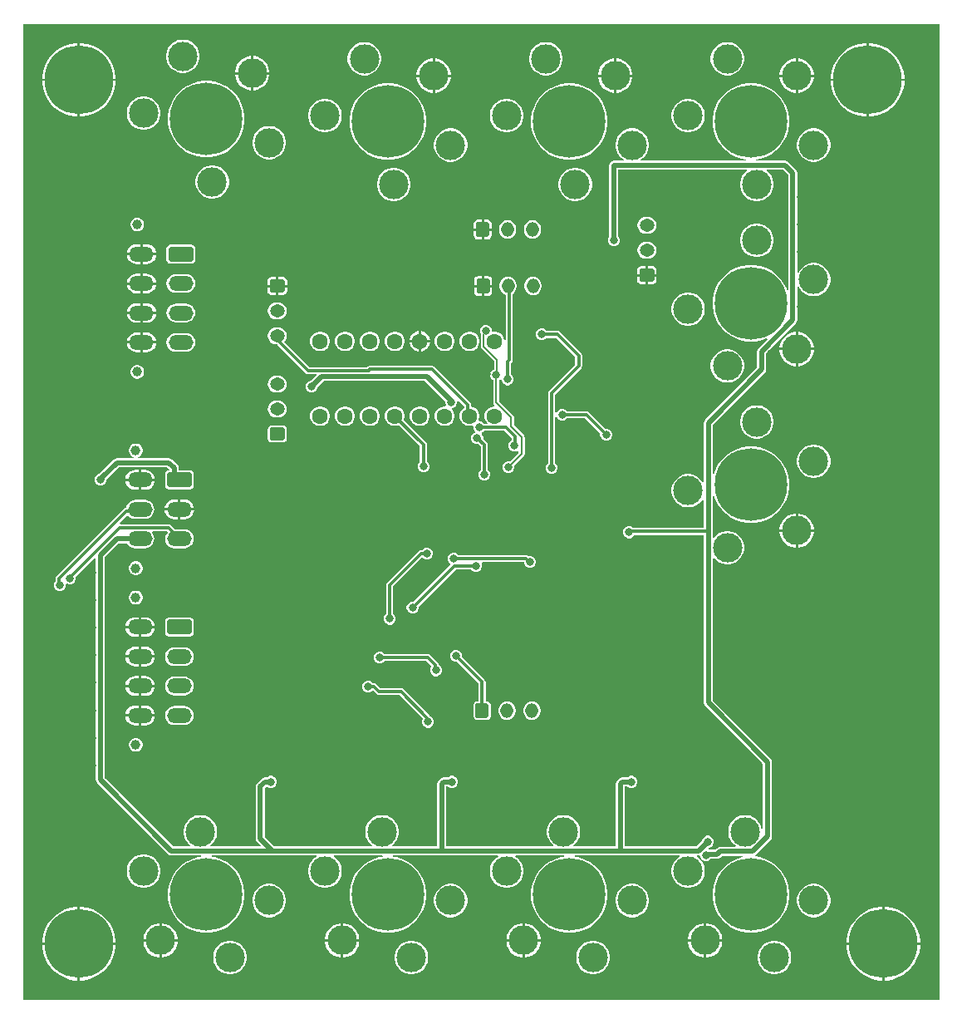
<source format=gbr>
%TF.GenerationSoftware,Altium Limited,Altium Designer,23.5.1 (21)*%
G04 Layer_Physical_Order=2*
G04 Layer_Color=255*
%FSLAX45Y45*%
%MOMM*%
%TF.SameCoordinates,33354463-9AA4-47E1-AEF5-84200F0A8FA4*%
%TF.FilePolarity,Positive*%
%TF.FileFunction,Copper,L2,Bot,Signal*%
%TF.Part,Single*%
G01*
G75*
%TA.AperFunction,Conductor*%
%ADD27C,0.50000*%
%ADD28C,0.30000*%
%ADD29C,0.20000*%
%TA.AperFunction,ComponentPad*%
G04:AMPARAMS|DCode=31|XSize=2.5mm|YSize=1.5mm|CornerRadius=0.15mm|HoleSize=0mm|Usage=FLASHONLY|Rotation=0.000|XOffset=0mm|YOffset=0mm|HoleType=Round|Shape=RoundedRectangle|*
%AMROUNDEDRECTD31*
21,1,2.50000,1.20000,0,0,0.0*
21,1,2.20000,1.50000,0,0,0.0*
1,1,0.30000,1.10000,-0.60000*
1,1,0.30000,-1.10000,-0.60000*
1,1,0.30000,-1.10000,0.60000*
1,1,0.30000,1.10000,0.60000*
%
%ADD31ROUNDEDRECTD31*%
%ADD32O,2.50000X1.50000*%
%ADD33C,1.00000*%
%ADD34C,7.40000*%
%ADD35C,3.00000*%
%ADD36O,1.30000X1.50000*%
G04:AMPARAMS|DCode=37|XSize=1.5mm|YSize=1.3mm|CornerRadius=0.13mm|HoleSize=0mm|Usage=FLASHONLY|Rotation=90.000|XOffset=0mm|YOffset=0mm|HoleType=Round|Shape=RoundedRectangle|*
%AMROUNDEDRECTD37*
21,1,1.50000,1.04000,0,0,90.0*
21,1,1.24000,1.30000,0,0,90.0*
1,1,0.26000,0.52000,0.62000*
1,1,0.26000,0.52000,-0.62000*
1,1,0.26000,-0.52000,-0.62000*
1,1,0.26000,-0.52000,0.62000*
%
%ADD37ROUNDEDRECTD37*%
%ADD38C,1.60000*%
%ADD39O,1.50000X1.30000*%
G04:AMPARAMS|DCode=40|XSize=1.5mm|YSize=1.3mm|CornerRadius=0.13mm|HoleSize=0mm|Usage=FLASHONLY|Rotation=180.000|XOffset=0mm|YOffset=0mm|HoleType=Round|Shape=RoundedRectangle|*
%AMROUNDEDRECTD40*
21,1,1.50000,1.04000,0,0,180.0*
21,1,1.24000,1.30000,0,0,180.0*
1,1,0.26000,-0.62000,0.52000*
1,1,0.26000,0.62000,0.52000*
1,1,0.26000,0.62000,-0.52000*
1,1,0.26000,-0.62000,-0.52000*
%
%ADD40ROUNDEDRECTD40*%
%TA.AperFunction,ViaPad*%
%ADD41C,7.00000*%
%ADD42C,0.80000*%
G36*
X9369414Y30586D02*
X30586D01*
X30586Y9969414D01*
X9369414D01*
X9369414Y30586D01*
D02*
G37*
%LPC*%
G36*
X2384236Y9642000D02*
X2379501D01*
Y9479505D01*
X2542000D01*
Y9484236D01*
X2535275Y9518046D01*
X2522083Y9549894D01*
X2502931Y9578556D01*
X2478556Y9602932D01*
X2449893Y9622083D01*
X2418045Y9635275D01*
X2384236Y9642000D01*
D02*
G37*
G36*
X2354502D02*
X2349764D01*
X2315954Y9635275D01*
X2284106Y9622083D01*
X2255444Y9602932D01*
X2231068Y9578556D01*
X2211917Y9549894D01*
X2198725Y9518046D01*
X2192000Y9484236D01*
Y9479505D01*
X2354502D01*
Y9642000D01*
D02*
G37*
G36*
X1676743Y9810000D02*
X1643256D01*
X1610413Y9803467D01*
X1579475Y9790652D01*
X1551631Y9772048D01*
X1527952Y9748369D01*
X1509348Y9720525D01*
X1496533Y9689587D01*
X1490000Y9656743D01*
Y9623257D01*
X1496533Y9590413D01*
X1509348Y9559475D01*
X1527952Y9531631D01*
X1551631Y9507953D01*
X1579475Y9489348D01*
X1610413Y9476533D01*
X1643256Y9470000D01*
X1676743D01*
X1709587Y9476533D01*
X1740525Y9489348D01*
X1768368Y9507953D01*
X1792047Y9531631D01*
X1810652Y9559475D01*
X1823467Y9590413D01*
X1830000Y9623257D01*
Y9656743D01*
X1823467Y9689587D01*
X1810652Y9720525D01*
X1792047Y9748369D01*
X1768368Y9772048D01*
X1740525Y9790652D01*
X1709587Y9803467D01*
X1676743Y9810000D01*
D02*
G37*
G36*
X4234236Y9617000D02*
X4229501D01*
Y9454501D01*
X4392000D01*
Y9459236D01*
X4385274Y9493046D01*
X4372083Y9524894D01*
X4352931Y9553556D01*
X4328556Y9577932D01*
X4299893Y9597083D01*
X4268045Y9610275D01*
X4234236Y9617000D01*
D02*
G37*
G36*
X4204501D02*
X4199764D01*
X4165954Y9610275D01*
X4134106Y9597083D01*
X4105444Y9577932D01*
X4081068Y9553556D01*
X4061917Y9524894D01*
X4048725Y9493046D01*
X4042000Y9459236D01*
Y9454501D01*
X4204501D01*
Y9617000D01*
D02*
G37*
G36*
X6084236D02*
X6079499D01*
Y9454498D01*
X6242000D01*
Y9459236D01*
X6235275Y9493046D01*
X6222083Y9524894D01*
X6202931Y9553556D01*
X6178556Y9577932D01*
X6149894Y9597083D01*
X6118046Y9610275D01*
X6084236Y9617000D01*
D02*
G37*
G36*
X6054499D02*
X6049764D01*
X6015954Y9610275D01*
X5984106Y9597083D01*
X5955444Y9577932D01*
X5931069Y9553556D01*
X5911917Y9524894D01*
X5898725Y9493046D01*
X5892000Y9459236D01*
Y9454498D01*
X6054499D01*
Y9617000D01*
D02*
G37*
G36*
X7934236D02*
X7929496D01*
Y9454496D01*
X8092000D01*
Y9459236D01*
X8085275Y9493046D01*
X8072083Y9524894D01*
X8052931Y9553556D01*
X8028556Y9577932D01*
X7999894Y9597083D01*
X7968046Y9610275D01*
X7934236Y9617000D01*
D02*
G37*
G36*
X7904497D02*
X7899764D01*
X7865954Y9610275D01*
X7834106Y9597083D01*
X7805444Y9577932D01*
X7781069Y9553556D01*
X7761917Y9524894D01*
X7748725Y9493046D01*
X7742000Y9459236D01*
Y9454496D01*
X7904497D01*
Y9617000D01*
D02*
G37*
G36*
X7226743Y9785000D02*
X7193256D01*
X7160413Y9778467D01*
X7129475Y9765652D01*
X7101631Y9747048D01*
X7077952Y9723369D01*
X7059348Y9695525D01*
X7046533Y9664587D01*
X7040000Y9631744D01*
Y9598257D01*
X7046533Y9565413D01*
X7059348Y9534475D01*
X7077952Y9506631D01*
X7101631Y9482953D01*
X7129475Y9464348D01*
X7160413Y9451533D01*
X7193256Y9445000D01*
X7226743D01*
X7259587Y9451533D01*
X7290525Y9464348D01*
X7318368Y9482953D01*
X7342047Y9506631D01*
X7360652Y9534475D01*
X7373467Y9565413D01*
X7380000Y9598257D01*
Y9631744D01*
X7373467Y9664587D01*
X7360652Y9695525D01*
X7342047Y9723369D01*
X7318368Y9747048D01*
X7290525Y9765652D01*
X7259587Y9778467D01*
X7226743Y9785000D01*
D02*
G37*
G36*
X5376743D02*
X5343257D01*
X5310413Y9778467D01*
X5279475Y9765652D01*
X5251631Y9747048D01*
X5227952Y9723369D01*
X5209348Y9695525D01*
X5196533Y9664587D01*
X5190000Y9631744D01*
Y9598257D01*
X5196533Y9565413D01*
X5209348Y9534475D01*
X5227952Y9506631D01*
X5251631Y9482953D01*
X5279475Y9464348D01*
X5310413Y9451533D01*
X5343257Y9445000D01*
X5376743D01*
X5409587Y9451533D01*
X5440525Y9464348D01*
X5468369Y9482953D01*
X5492047Y9506631D01*
X5510652Y9534475D01*
X5523467Y9565413D01*
X5530000Y9598257D01*
Y9631744D01*
X5523467Y9664587D01*
X5510652Y9695525D01*
X5492047Y9723369D01*
X5468369Y9747048D01*
X5440525Y9765652D01*
X5409587Y9778467D01*
X5376743Y9785000D01*
D02*
G37*
G36*
X3526743D02*
X3493256D01*
X3460412Y9778467D01*
X3429474Y9765652D01*
X3401631Y9747048D01*
X3377952Y9723369D01*
X3359348Y9695525D01*
X3346533Y9664587D01*
X3340000Y9631744D01*
Y9598257D01*
X3346533Y9565413D01*
X3359348Y9534475D01*
X3377952Y9506631D01*
X3401631Y9482953D01*
X3429474Y9464348D01*
X3460412Y9451533D01*
X3493256Y9445000D01*
X3526743D01*
X3559587Y9451533D01*
X3590525Y9464348D01*
X3618368Y9482953D01*
X3642047Y9506631D01*
X3660652Y9534475D01*
X3673466Y9565413D01*
X3679999Y9598257D01*
Y9631744D01*
X3673466Y9664587D01*
X3660652Y9695525D01*
X3642047Y9723369D01*
X3618368Y9747048D01*
X3590525Y9765652D01*
X3559587Y9778467D01*
X3526743Y9785000D01*
D02*
G37*
G36*
X8669513Y9775000D02*
X8652499D01*
Y9412500D01*
X9014999D01*
Y9429513D01*
X9005766Y9487813D01*
X8987526Y9543950D01*
X8960728Y9596543D01*
X8926033Y9644296D01*
X8884296Y9686034D01*
X8836542Y9720729D01*
X8783949Y9747526D01*
X8727812Y9765766D01*
X8669513Y9775000D01*
D02*
G37*
G36*
X8627500D02*
X8610486D01*
X8552187Y9765766D01*
X8496050Y9747526D01*
X8443457Y9720729D01*
X8395703Y9686034D01*
X8353966Y9644296D01*
X8319271Y9596543D01*
X8292473Y9543950D01*
X8274233Y9487813D01*
X8264999Y9429513D01*
Y9412500D01*
X8627500D01*
Y9775000D01*
D02*
G37*
G36*
X629512D02*
X612498D01*
Y9412500D01*
X974999D01*
Y9429513D01*
X965765Y9487813D01*
X947525Y9543950D01*
X920727Y9596543D01*
X886033Y9644296D01*
X844295Y9686034D01*
X796541Y9720729D01*
X743948Y9747526D01*
X687811Y9765766D01*
X629512Y9775000D01*
D02*
G37*
G36*
X587499D02*
X570486D01*
X512186Y9765766D01*
X456049Y9747526D01*
X403456Y9720729D01*
X355702Y9686034D01*
X313965Y9644296D01*
X279270Y9596543D01*
X252472Y9543950D01*
X234232Y9487813D01*
X224999Y9429513D01*
Y9412500D01*
X587499D01*
Y9775000D01*
D02*
G37*
G36*
X2542000Y9454505D02*
X2379501D01*
Y9292000D01*
X2384236D01*
X2418045Y9298725D01*
X2449893Y9311917D01*
X2478556Y9331069D01*
X2502931Y9355444D01*
X2522083Y9384106D01*
X2535275Y9415954D01*
X2542000Y9449764D01*
Y9454505D01*
D02*
G37*
G36*
X2354502D02*
X2192000D01*
Y9449764D01*
X2198725Y9415954D01*
X2211917Y9384106D01*
X2231068Y9355444D01*
X2255444Y9331069D01*
X2284106Y9311917D01*
X2315954Y9298725D01*
X2349764Y9292000D01*
X2354502D01*
Y9454505D01*
D02*
G37*
G36*
X8092000Y9429497D02*
X7929496D01*
Y9267000D01*
X7934236D01*
X7968046Y9273725D01*
X7999894Y9286917D01*
X8028556Y9306069D01*
X8052931Y9330444D01*
X8072083Y9359107D01*
X8085275Y9390955D01*
X8092000Y9424764D01*
Y9429497D01*
D02*
G37*
G36*
X7904497D02*
X7742000D01*
Y9424764D01*
X7748725Y9390955D01*
X7761917Y9359107D01*
X7781069Y9330444D01*
X7805444Y9306069D01*
X7834106Y9286917D01*
X7865954Y9273725D01*
X7899764Y9267000D01*
X7904497D01*
Y9429497D01*
D02*
G37*
G36*
X6242000Y9429499D02*
X6079499D01*
Y9267000D01*
X6084236D01*
X6118046Y9273725D01*
X6149894Y9286917D01*
X6178556Y9306069D01*
X6202931Y9330444D01*
X6222083Y9359107D01*
X6235275Y9390955D01*
X6242000Y9424764D01*
Y9429499D01*
D02*
G37*
G36*
X6054499D02*
X5892000D01*
Y9424764D01*
X5898725Y9390955D01*
X5911917Y9359107D01*
X5931069Y9330444D01*
X5955444Y9306069D01*
X5984106Y9286917D01*
X6015954Y9273725D01*
X6049764Y9267000D01*
X6054499D01*
Y9429499D01*
D02*
G37*
G36*
X4392000Y9429501D02*
X4229501D01*
Y9267000D01*
X4234236D01*
X4268045Y9273725D01*
X4299893Y9286917D01*
X4328556Y9306069D01*
X4352931Y9330444D01*
X4372083Y9359107D01*
X4385274Y9390955D01*
X4392000Y9424764D01*
Y9429501D01*
D02*
G37*
G36*
X4204501D02*
X4042000D01*
Y9424764D01*
X4048725Y9390955D01*
X4061917Y9359107D01*
X4081068Y9330444D01*
X4105444Y9306069D01*
X4134106Y9286917D01*
X4165954Y9273725D01*
X4199764Y9267000D01*
X4204501D01*
Y9429501D01*
D02*
G37*
G36*
X9014999Y9387500D02*
X8652499D01*
Y9025000D01*
X8669513D01*
X8727812Y9034234D01*
X8783949Y9052474D01*
X8836542Y9079271D01*
X8884296Y9113966D01*
X8926033Y9155704D01*
X8960728Y9203457D01*
X8987526Y9256050D01*
X9005766Y9312187D01*
X9014999Y9370487D01*
Y9387500D01*
D02*
G37*
G36*
X8627500D02*
X8264999D01*
Y9370487D01*
X8274233Y9312187D01*
X8292473Y9256050D01*
X8319271Y9203457D01*
X8353966Y9155704D01*
X8395703Y9113966D01*
X8443457Y9079271D01*
X8496050Y9052474D01*
X8552187Y9034234D01*
X8610486Y9025000D01*
X8627500D01*
Y9387500D01*
D02*
G37*
G36*
X974999D02*
X612498D01*
Y9025000D01*
X629512D01*
X687811Y9034234D01*
X743948Y9052474D01*
X796541Y9079271D01*
X844295Y9113966D01*
X886033Y9155704D01*
X920727Y9203457D01*
X947525Y9256050D01*
X965765Y9312187D01*
X974999Y9370487D01*
Y9387500D01*
D02*
G37*
G36*
X587499D02*
X224999D01*
Y9370487D01*
X234232Y9312187D01*
X252472Y9256050D01*
X279270Y9203457D01*
X313965Y9155704D01*
X355702Y9113966D01*
X403456Y9079271D01*
X456049Y9052474D01*
X512186Y9034234D01*
X570486Y9025000D01*
X587499D01*
Y9387500D01*
D02*
G37*
G36*
X1276743Y9230000D02*
X1243256D01*
X1210413Y9223467D01*
X1179475Y9210652D01*
X1151631Y9192047D01*
X1127952Y9168369D01*
X1109348Y9140525D01*
X1096533Y9109587D01*
X1090000Y9076743D01*
Y9043256D01*
X1096533Y9010413D01*
X1109348Y8979475D01*
X1127952Y8951631D01*
X1151631Y8927952D01*
X1179475Y8909348D01*
X1210413Y8896533D01*
X1243256Y8890000D01*
X1276743D01*
X1309587Y8896533D01*
X1340525Y8909348D01*
X1368368Y8927952D01*
X1392047Y8951631D01*
X1410652Y8979475D01*
X1423467Y9010413D01*
X1430000Y9043256D01*
Y9076743D01*
X1423467Y9109587D01*
X1410652Y9140525D01*
X1392047Y9168369D01*
X1368368Y9192047D01*
X1340525Y9210652D01*
X1309587Y9223467D01*
X1276743Y9230000D01*
D02*
G37*
G36*
X6826743Y9205000D02*
X6793256D01*
X6760413Y9198467D01*
X6729475Y9185652D01*
X6701631Y9167047D01*
X6677952Y9143369D01*
X6659348Y9115525D01*
X6646533Y9084587D01*
X6640000Y9051743D01*
Y9018257D01*
X6646533Y8985413D01*
X6659348Y8954475D01*
X6677952Y8926631D01*
X6701631Y8902952D01*
X6729475Y8884348D01*
X6760413Y8871533D01*
X6793256Y8865000D01*
X6826743D01*
X6859587Y8871533D01*
X6890525Y8884348D01*
X6918368Y8902952D01*
X6942047Y8926631D01*
X6960652Y8954475D01*
X6973467Y8985413D01*
X6980000Y9018257D01*
Y9051743D01*
X6973467Y9084587D01*
X6960652Y9115525D01*
X6942047Y9143369D01*
X6918368Y9167047D01*
X6890525Y9185652D01*
X6859587Y9198467D01*
X6826743Y9205000D01*
D02*
G37*
G36*
X4976743D02*
X4943257D01*
X4910413Y9198467D01*
X4879475Y9185652D01*
X4851631Y9167047D01*
X4827952Y9143369D01*
X4809348Y9115525D01*
X4796533Y9084587D01*
X4790000Y9051743D01*
Y9018257D01*
X4796533Y8985413D01*
X4809348Y8954475D01*
X4827952Y8926631D01*
X4851631Y8902952D01*
X4879475Y8884348D01*
X4910413Y8871533D01*
X4943257Y8865000D01*
X4976743D01*
X5009587Y8871533D01*
X5040525Y8884348D01*
X5068369Y8902952D01*
X5092047Y8926631D01*
X5110652Y8954475D01*
X5123467Y8985413D01*
X5130000Y9018257D01*
Y9051743D01*
X5123467Y9084587D01*
X5110652Y9115525D01*
X5092047Y9143369D01*
X5068369Y9167047D01*
X5040525Y9185652D01*
X5009587Y9198467D01*
X4976743Y9205000D01*
D02*
G37*
G36*
X3126743D02*
X3093256D01*
X3060412Y9198467D01*
X3029475Y9185652D01*
X3001631Y9167047D01*
X2977952Y9143369D01*
X2959348Y9115525D01*
X2946533Y9084587D01*
X2940000Y9051743D01*
Y9018257D01*
X2946533Y8985413D01*
X2959348Y8954475D01*
X2977952Y8926631D01*
X3001631Y8902952D01*
X3029475Y8884348D01*
X3060412Y8871533D01*
X3093256Y8865000D01*
X3126743D01*
X3159587Y8871533D01*
X3190525Y8884348D01*
X3218368Y8902952D01*
X3242047Y8926631D01*
X3260652Y8954475D01*
X3273466Y8985413D01*
X3280000Y9018257D01*
Y9051743D01*
X3273466Y9084587D01*
X3260652Y9115525D01*
X3242047Y9143369D01*
X3218368Y9167047D01*
X3190525Y9185652D01*
X3159587Y9198467D01*
X3126743Y9205000D01*
D02*
G37*
G36*
X1930693Y9390000D02*
X1869306D01*
X1808675Y9380397D01*
X1750292Y9361427D01*
X1695595Y9333558D01*
X1645932Y9297475D01*
X1602524Y9254068D01*
X1566442Y9204405D01*
X1538572Y9149708D01*
X1519603Y9091325D01*
X1510000Y9030694D01*
Y8969306D01*
X1519603Y8908675D01*
X1538572Y8850292D01*
X1566442Y8795596D01*
X1602524Y8745932D01*
X1645932Y8702525D01*
X1695595Y8666442D01*
X1750292Y8638573D01*
X1808675Y8619603D01*
X1869306Y8610000D01*
X1930693D01*
X1991325Y8619603D01*
X2049708Y8638573D01*
X2104404Y8666442D01*
X2154068Y8702525D01*
X2197475Y8745932D01*
X2233558Y8795596D01*
X2261427Y8850292D01*
X2280397Y8908675D01*
X2290000Y8969306D01*
Y9030694D01*
X2280397Y9091325D01*
X2261427Y9149708D01*
X2233558Y9204405D01*
X2197475Y9254068D01*
X2154068Y9297475D01*
X2104404Y9333558D01*
X2049708Y9361427D01*
X1991325Y9380397D01*
X1930693Y9390000D01*
D02*
G37*
G36*
X2556743Y8930000D02*
X2523256D01*
X2490413Y8923467D01*
X2459475Y8910652D01*
X2431631Y8892047D01*
X2407952Y8868369D01*
X2389348Y8840525D01*
X2376533Y8809587D01*
X2370000Y8776743D01*
Y8743257D01*
X2376533Y8710413D01*
X2389348Y8679475D01*
X2407952Y8651631D01*
X2431631Y8627953D01*
X2459475Y8609348D01*
X2490413Y8596533D01*
X2523256Y8590000D01*
X2556743D01*
X2589587Y8596533D01*
X2620525Y8609348D01*
X2648368Y8627953D01*
X2672047Y8651631D01*
X2690652Y8679475D01*
X2703467Y8710413D01*
X2710000Y8743257D01*
Y8776743D01*
X2703467Y8809587D01*
X2690652Y8840525D01*
X2672047Y8868369D01*
X2648368Y8892047D01*
X2620525Y8910652D01*
X2589587Y8923467D01*
X2556743Y8930000D01*
D02*
G37*
G36*
X5630694Y9365000D02*
X5569306D01*
X5508675Y9355397D01*
X5450292Y9336427D01*
X5395596Y9308558D01*
X5345932Y9272475D01*
X5302525Y9229068D01*
X5266442Y9179405D01*
X5238573Y9124708D01*
X5219603Y9066325D01*
X5210000Y9005694D01*
Y8944306D01*
X5219603Y8883675D01*
X5238573Y8825292D01*
X5266442Y8770596D01*
X5302525Y8720932D01*
X5345932Y8677525D01*
X5395596Y8641442D01*
X5450292Y8613573D01*
X5508675Y8594603D01*
X5569306Y8585000D01*
X5630694D01*
X5691325Y8594603D01*
X5749708Y8613573D01*
X5804404Y8641442D01*
X5854068Y8677525D01*
X5897475Y8720932D01*
X5933558Y8770596D01*
X5961427Y8825292D01*
X5980397Y8883675D01*
X5990000Y8944306D01*
Y9005694D01*
X5980397Y9066325D01*
X5961427Y9124708D01*
X5933558Y9179405D01*
X5897475Y9229068D01*
X5854068Y9272475D01*
X5804404Y9308558D01*
X5749708Y9336427D01*
X5691325Y9355397D01*
X5630694Y9365000D01*
D02*
G37*
G36*
X3780693D02*
X3719306D01*
X3658674Y9355397D01*
X3600292Y9336427D01*
X3545595Y9308558D01*
X3495932Y9272475D01*
X3452524Y9229068D01*
X3416442Y9179405D01*
X3388572Y9124708D01*
X3369603Y9066325D01*
X3360000Y9005694D01*
Y8944306D01*
X3369603Y8883675D01*
X3388572Y8825292D01*
X3416442Y8770596D01*
X3452524Y8720932D01*
X3495932Y8677525D01*
X3545595Y8641442D01*
X3600292Y8613573D01*
X3658674Y8594603D01*
X3719306Y8585000D01*
X3780693D01*
X3841325Y8594603D01*
X3899708Y8613573D01*
X3954404Y8641442D01*
X4004068Y8677525D01*
X4047475Y8720932D01*
X4083557Y8770596D01*
X4111427Y8825292D01*
X4130397Y8883675D01*
X4140000Y8944306D01*
Y9005694D01*
X4130397Y9066325D01*
X4111427Y9124708D01*
X4083557Y9179405D01*
X4047475Y9229068D01*
X4004068Y9272475D01*
X3954404Y9308558D01*
X3899708Y9336427D01*
X3841325Y9355397D01*
X3780693Y9365000D01*
D02*
G37*
G36*
X7480693D02*
X7419306D01*
X7358675Y9355397D01*
X7300292Y9336427D01*
X7245595Y9308558D01*
X7195932Y9272475D01*
X7152524Y9229068D01*
X7116442Y9179405D01*
X7088573Y9124708D01*
X7069603Y9066325D01*
X7060000Y9005694D01*
Y8944306D01*
X7069603Y8883675D01*
X7088573Y8825292D01*
X7116442Y8770596D01*
X7152524Y8720932D01*
X7195932Y8677525D01*
X7245595Y8641442D01*
X7300292Y8613573D01*
X7358675Y8594603D01*
X7396694Y8588582D01*
X7395694Y8575882D01*
X6330714D01*
X6326861Y8588582D01*
X6348369Y8602953D01*
X6372047Y8626631D01*
X6390652Y8654475D01*
X6403467Y8685413D01*
X6410000Y8718257D01*
Y8751743D01*
X6403467Y8784587D01*
X6390652Y8815525D01*
X6372047Y8843369D01*
X6348369Y8867048D01*
X6320525Y8885652D01*
X6289587Y8898467D01*
X6256743Y8905000D01*
X6223257D01*
X6190413Y8898467D01*
X6159475Y8885652D01*
X6131631Y8867048D01*
X6107952Y8843369D01*
X6089348Y8815525D01*
X6076533Y8784587D01*
X6070000Y8751743D01*
Y8718257D01*
X6076533Y8685413D01*
X6089348Y8654475D01*
X6107952Y8626631D01*
X6131631Y8602953D01*
X6153139Y8588582D01*
X6149286Y8575882D01*
X6049999D01*
X6032441Y8572389D01*
X6017556Y8562443D01*
X6007610Y8547558D01*
X6004118Y8530000D01*
X6004118Y8529996D01*
Y7801169D01*
X6001941Y7798992D01*
X5992807Y7776939D01*
Y7753070D01*
X6001941Y7731018D01*
X6018819Y7714139D01*
X6040872Y7705005D01*
X6064741D01*
X6086794Y7714139D01*
X6103672Y7731018D01*
X6112806Y7753070D01*
Y7776939D01*
X6103672Y7798992D01*
X6095881Y7806783D01*
Y8484118D01*
X7405304D01*
X7408991Y8471965D01*
X7401631Y8467048D01*
X7377952Y8443369D01*
X7359348Y8415525D01*
X7346533Y8384587D01*
X7340000Y8351744D01*
Y8318257D01*
X7346533Y8285413D01*
X7359348Y8254475D01*
X7377952Y8226632D01*
X7401631Y8202953D01*
X7429475Y8184348D01*
X7460413Y8171533D01*
X7493256Y8165000D01*
X7526743D01*
X7559587Y8171533D01*
X7590525Y8184348D01*
X7618368Y8202953D01*
X7642047Y8226632D01*
X7660652Y8254475D01*
X7673466Y8285413D01*
X7680000Y8318257D01*
Y8351744D01*
X7673466Y8384587D01*
X7660652Y8415525D01*
X7642047Y8443369D01*
X7618368Y8467048D01*
X7611009Y8471965D01*
X7614695Y8484118D01*
X7780995D01*
X7830000Y8435114D01*
Y7258139D01*
X7817456Y7256152D01*
X7811427Y7274708D01*
X7783557Y7329405D01*
X7747475Y7379068D01*
X7704068Y7422476D01*
X7654404Y7458558D01*
X7599708Y7486427D01*
X7541325Y7505397D01*
X7480693Y7515000D01*
X7419306D01*
X7358674Y7505397D01*
X7300291Y7486427D01*
X7245595Y7458558D01*
X7195932Y7422476D01*
X7152524Y7379068D01*
X7116442Y7329405D01*
X7088572Y7274708D01*
X7069603Y7216325D01*
X7060000Y7155694D01*
Y7094307D01*
X7069603Y7033675D01*
X7088572Y6975292D01*
X7116442Y6920596D01*
X7152524Y6870932D01*
X7195932Y6827525D01*
X7245595Y6791442D01*
X7300291Y6763573D01*
X7358674Y6744603D01*
X7419306Y6735000D01*
X7480693D01*
X7541325Y6744603D01*
X7599708Y6763573D01*
X7613115Y6770404D01*
X7620580Y6760130D01*
X7527143Y6666694D01*
X7517198Y6651809D01*
X7513705Y6634250D01*
Y6468816D01*
X6982557Y5937668D01*
X6972611Y5922783D01*
X6969118Y5905224D01*
Y5305714D01*
X6956418Y5301861D01*
X6942047Y5323369D01*
X6918368Y5347047D01*
X6890525Y5365652D01*
X6859587Y5378467D01*
X6826743Y5385000D01*
X6793256D01*
X6760412Y5378467D01*
X6729474Y5365652D01*
X6701631Y5347047D01*
X6677952Y5323369D01*
X6659348Y5295525D01*
X6646533Y5264587D01*
X6640000Y5231743D01*
Y5198257D01*
X6646533Y5165413D01*
X6659348Y5134475D01*
X6677952Y5106631D01*
X6701631Y5082952D01*
X6729474Y5064348D01*
X6760412Y5051533D01*
X6793256Y5045000D01*
X6826743D01*
X6859587Y5051533D01*
X6890525Y5064348D01*
X6918368Y5082952D01*
X6942047Y5106631D01*
X6956418Y5128139D01*
X6969118Y5124286D01*
Y4835686D01*
X6249634D01*
X6243987Y4841333D01*
X6221934Y4850467D01*
X6198065D01*
X6176012Y4841333D01*
X6159134Y4824454D01*
X6150000Y4802402D01*
Y4778532D01*
X6159134Y4756480D01*
X6176012Y4739602D01*
X6198065Y4730467D01*
X6221934D01*
X6243987Y4739602D01*
X6260865Y4756480D01*
X6264110Y4764314D01*
X6969118D01*
Y3055000D01*
X6972611Y3037442D01*
X6982557Y3022557D01*
X7571561Y2433552D01*
Y1763718D01*
X7558861Y1762467D01*
X7553467Y1789587D01*
X7540652Y1820525D01*
X7522047Y1848369D01*
X7498369Y1872048D01*
X7470525Y1890652D01*
X7439587Y1903467D01*
X7406743Y1910000D01*
X7373257D01*
X7340413Y1903467D01*
X7309475Y1890652D01*
X7281631Y1872048D01*
X7257952Y1848369D01*
X7239348Y1820525D01*
X7226533Y1789587D01*
X7220000Y1756744D01*
Y1723257D01*
X7226533Y1690413D01*
X7239348Y1659475D01*
X7257952Y1631631D01*
X7281631Y1607953D01*
X7295656Y1598582D01*
X7291804Y1585882D01*
X7135104D01*
X7117546Y1582389D01*
X7102661Y1572443D01*
X7086736Y1556518D01*
X7027266D01*
X7021196Y1559032D01*
X7017284Y1573494D01*
X7021935Y1580000D01*
X7043987Y1589134D01*
X7060865Y1606013D01*
X7070000Y1628065D01*
Y1651935D01*
X7060865Y1673987D01*
X7043987Y1690866D01*
X7021935Y1700000D01*
X6998065D01*
X6976013Y1690866D01*
X6959134Y1673987D01*
X6950000Y1651935D01*
Y1644886D01*
X6895995Y1590882D01*
X6165881D01*
Y2204119D01*
X6191029D01*
X6196013Y2199135D01*
X6218065Y2190000D01*
X6241935D01*
X6263987Y2199135D01*
X6280866Y2216013D01*
X6290000Y2238065D01*
Y2261935D01*
X6280866Y2283987D01*
X6263987Y2300866D01*
X6241935Y2310000D01*
X6218065D01*
X6196013Y2300866D01*
X6191029Y2295882D01*
X6137574D01*
X6120016Y2292389D01*
X6105131Y2282443D01*
X6087557Y2264869D01*
X6077611Y2249985D01*
X6074118Y2232426D01*
Y1590882D01*
X5644696D01*
X5641009Y1603035D01*
X5648369Y1607953D01*
X5672048Y1631631D01*
X5690652Y1659475D01*
X5703467Y1690413D01*
X5710000Y1723257D01*
Y1756744D01*
X5703467Y1789587D01*
X5690652Y1820525D01*
X5672048Y1848369D01*
X5648369Y1872048D01*
X5620525Y1890652D01*
X5589587Y1903467D01*
X5556744Y1910000D01*
X5523257D01*
X5490413Y1903467D01*
X5459475Y1890652D01*
X5431632Y1872048D01*
X5407953Y1848369D01*
X5389348Y1820525D01*
X5376533Y1789587D01*
X5370000Y1756744D01*
Y1723257D01*
X5376533Y1690413D01*
X5389348Y1659475D01*
X5407953Y1631631D01*
X5431632Y1607953D01*
X5438991Y1603035D01*
X5435305Y1590882D01*
X4345882D01*
Y2204119D01*
X4361029D01*
X4366013Y2199135D01*
X4388065Y2190000D01*
X4411935D01*
X4433987Y2199135D01*
X4450865Y2216013D01*
X4460000Y2238065D01*
Y2261935D01*
X4450865Y2283987D01*
X4433987Y2300866D01*
X4411935Y2310000D01*
X4388065D01*
X4366013Y2300866D01*
X4361029Y2295882D01*
X4317574D01*
X4300016Y2292389D01*
X4285131Y2282443D01*
X4267557Y2264869D01*
X4257611Y2249985D01*
X4254118Y2232426D01*
Y1590882D01*
X3794695D01*
X3791009Y1603035D01*
X3798368Y1607953D01*
X3822047Y1631631D01*
X3840652Y1659475D01*
X3853467Y1690413D01*
X3860000Y1723257D01*
Y1756744D01*
X3853467Y1789587D01*
X3840652Y1820525D01*
X3822047Y1848369D01*
X3798368Y1872048D01*
X3770525Y1890652D01*
X3739587Y1903467D01*
X3706743Y1910000D01*
X3673256D01*
X3640413Y1903467D01*
X3609475Y1890652D01*
X3581631Y1872048D01*
X3557952Y1848369D01*
X3539348Y1820525D01*
X3526533Y1789587D01*
X3520000Y1756744D01*
Y1723257D01*
X3526533Y1690413D01*
X3539348Y1659475D01*
X3557952Y1631631D01*
X3581631Y1607953D01*
X3588991Y1603035D01*
X3585304Y1590882D01*
X2593294D01*
X2495881Y1688294D01*
Y2180995D01*
X2517688Y2202801D01*
X2522346D01*
X2526013Y2199135D01*
X2548065Y2190000D01*
X2571935D01*
X2593987Y2199135D01*
X2610865Y2216013D01*
X2620000Y2238065D01*
Y2261935D01*
X2610865Y2283987D01*
X2593987Y2300866D01*
X2571935Y2310000D01*
X2548065D01*
X2526013Y2300866D01*
X2519711Y2294564D01*
X2498683D01*
X2481125Y2291072D01*
X2466240Y2281126D01*
X2417557Y2232443D01*
X2407611Y2217558D01*
X2404118Y2200000D01*
Y1669290D01*
X2407611Y1651731D01*
X2417557Y1636846D01*
X2451788Y1602615D01*
X2446928Y1590882D01*
X1944695D01*
X1941009Y1603035D01*
X1948368Y1607953D01*
X1972047Y1631631D01*
X1990652Y1659475D01*
X2003467Y1690413D01*
X2010000Y1723257D01*
Y1756744D01*
X2003467Y1789587D01*
X1990652Y1820525D01*
X1972047Y1848369D01*
X1948368Y1872048D01*
X1920525Y1890652D01*
X1889587Y1903467D01*
X1856743Y1910000D01*
X1823256D01*
X1790413Y1903467D01*
X1759475Y1890652D01*
X1731631Y1872048D01*
X1707952Y1848369D01*
X1689348Y1820525D01*
X1676533Y1789587D01*
X1670000Y1756744D01*
Y1723257D01*
X1676533Y1690413D01*
X1689348Y1659475D01*
X1707952Y1631631D01*
X1731631Y1607953D01*
X1738991Y1603035D01*
X1735304Y1590882D01*
X1564004D01*
X865881Y2289005D01*
Y4536143D01*
X1008857Y4679118D01*
X1091178D01*
X1092018Y4677090D01*
X1107245Y4657245D01*
X1127090Y4642018D01*
X1150200Y4632445D01*
X1175000Y4629180D01*
X1275000D01*
X1299800Y4632445D01*
X1322910Y4642018D01*
X1342755Y4657245D01*
X1357982Y4677090D01*
X1367555Y4700200D01*
X1370820Y4725000D01*
X1367555Y4749800D01*
X1357982Y4772910D01*
X1347466Y4786614D01*
X1353729Y4799314D01*
X1496271D01*
X1503281Y4787589D01*
X1492018Y4772910D01*
X1482445Y4749800D01*
X1479180Y4725000D01*
X1482445Y4700200D01*
X1492018Y4677090D01*
X1507245Y4657245D01*
X1527090Y4642018D01*
X1550200Y4632445D01*
X1575000Y4629180D01*
X1675000D01*
X1699800Y4632445D01*
X1722910Y4642018D01*
X1742754Y4657245D01*
X1757982Y4677090D01*
X1767555Y4700200D01*
X1770819Y4725000D01*
X1767555Y4749800D01*
X1757982Y4772910D01*
X1742754Y4792754D01*
X1722910Y4807982D01*
X1699800Y4817554D01*
X1675000Y4820819D01*
X1579334D01*
X1577273Y4823905D01*
X1540944Y4860234D01*
X1529367Y4867969D01*
X1515710Y4870686D01*
X1023047D01*
X1017787Y4883386D01*
X1093663Y4959262D01*
X1106336Y4958431D01*
X1107245Y4957245D01*
X1127090Y4942018D01*
X1150200Y4932445D01*
X1175000Y4929180D01*
X1275000D01*
X1299800Y4932445D01*
X1322910Y4942018D01*
X1342755Y4957245D01*
X1357982Y4977090D01*
X1367555Y5000200D01*
X1370820Y5025000D01*
X1367555Y5049800D01*
X1357982Y5072910D01*
X1342755Y5092754D01*
X1322910Y5107982D01*
X1299800Y5117554D01*
X1275000Y5120819D01*
X1175000D01*
X1150200Y5117554D01*
X1127090Y5107982D01*
X1107245Y5092754D01*
X1092018Y5072910D01*
X1082445Y5049800D01*
X1080842Y5037618D01*
X1073458Y5036149D01*
X1061881Y5028414D01*
X376127Y4342660D01*
X368391Y4331083D01*
X365674Y4317426D01*
Y4290527D01*
X359134Y4283987D01*
X350000Y4261935D01*
Y4238065D01*
X359134Y4216013D01*
X376013Y4199134D01*
X398065Y4190000D01*
X421935D01*
X443987Y4199134D01*
X460865Y4216013D01*
X470000Y4238065D01*
Y4258554D01*
X478035Y4265242D01*
X481733Y4266765D01*
X498065Y4260000D01*
X521935D01*
X543987Y4269134D01*
X560866Y4286013D01*
X570000Y4308065D01*
Y4331935D01*
X567775Y4337307D01*
X762385Y4531918D01*
X774118Y4527057D01*
Y2270000D01*
X777611Y2252442D01*
X787557Y2237557D01*
X1512557Y1512557D01*
X1527441Y1502611D01*
X1545000Y1499119D01*
X1845694D01*
X1846694Y1486419D01*
X1808675Y1480397D01*
X1750292Y1461427D01*
X1695595Y1433558D01*
X1645932Y1397475D01*
X1602524Y1354068D01*
X1566442Y1304405D01*
X1538572Y1249708D01*
X1519603Y1191325D01*
X1510000Y1130694D01*
Y1069306D01*
X1519603Y1008675D01*
X1538572Y950292D01*
X1566442Y895596D01*
X1602524Y845932D01*
X1645932Y802525D01*
X1695595Y766442D01*
X1750292Y738573D01*
X1808675Y719603D01*
X1869306Y710000D01*
X1930693D01*
X1991325Y719603D01*
X2049708Y738573D01*
X2104404Y766442D01*
X2154068Y802525D01*
X2197475Y845932D01*
X2233558Y895596D01*
X2261427Y950292D01*
X2280397Y1008675D01*
X2290000Y1069306D01*
Y1130694D01*
X2280397Y1191325D01*
X2261427Y1249708D01*
X2233558Y1304405D01*
X2197475Y1354068D01*
X2154068Y1397475D01*
X2104404Y1433558D01*
X2049708Y1461427D01*
X1991325Y1480397D01*
X1953306Y1486419D01*
X1954305Y1499119D01*
X3019286D01*
X3023139Y1486419D01*
X3001631Y1472048D01*
X2977952Y1448369D01*
X2959348Y1420525D01*
X2946533Y1389587D01*
X2940000Y1356744D01*
Y1323257D01*
X2946533Y1290413D01*
X2959348Y1259475D01*
X2977952Y1231632D01*
X3001631Y1207953D01*
X3029475Y1189348D01*
X3060412Y1176533D01*
X3093256Y1170000D01*
X3126743D01*
X3159587Y1176533D01*
X3190525Y1189348D01*
X3218368Y1207953D01*
X3242047Y1231632D01*
X3260652Y1259475D01*
X3273466Y1290413D01*
X3280000Y1323257D01*
Y1356744D01*
X3273466Y1389587D01*
X3260652Y1420525D01*
X3242047Y1448369D01*
X3218368Y1472048D01*
X3196861Y1486419D01*
X3200713Y1499119D01*
X3695694D01*
X3696693Y1486419D01*
X3658674Y1480397D01*
X3600292Y1461427D01*
X3545595Y1433558D01*
X3495932Y1397475D01*
X3452524Y1354068D01*
X3416442Y1304405D01*
X3388572Y1249708D01*
X3369603Y1191325D01*
X3360000Y1130694D01*
Y1069306D01*
X3369603Y1008675D01*
X3388572Y950292D01*
X3416442Y895596D01*
X3452524Y845932D01*
X3495932Y802525D01*
X3545595Y766442D01*
X3600292Y738573D01*
X3658674Y719603D01*
X3719306Y710000D01*
X3780693D01*
X3841325Y719603D01*
X3899708Y738573D01*
X3954404Y766442D01*
X4004068Y802525D01*
X4047475Y845932D01*
X4083557Y895596D01*
X4111427Y950292D01*
X4130397Y1008675D01*
X4140000Y1069306D01*
Y1130694D01*
X4130397Y1191325D01*
X4111427Y1249708D01*
X4083557Y1304405D01*
X4047475Y1354068D01*
X4004068Y1397475D01*
X3954404Y1433558D01*
X3899708Y1461427D01*
X3841325Y1480397D01*
X3803306Y1486419D01*
X3804305Y1499119D01*
X4869286D01*
X4873139Y1486419D01*
X4851631Y1472048D01*
X4827952Y1448369D01*
X4809348Y1420525D01*
X4796533Y1389587D01*
X4790000Y1356744D01*
Y1323257D01*
X4796533Y1290413D01*
X4809348Y1259475D01*
X4827952Y1231632D01*
X4851631Y1207953D01*
X4879475Y1189348D01*
X4910413Y1176533D01*
X4943257Y1170000D01*
X4976743D01*
X5009587Y1176533D01*
X5040525Y1189348D01*
X5068369Y1207953D01*
X5092047Y1231632D01*
X5110652Y1259475D01*
X5123467Y1290413D01*
X5130000Y1323257D01*
Y1356744D01*
X5123467Y1389587D01*
X5110652Y1420525D01*
X5092047Y1448369D01*
X5068369Y1472048D01*
X5046861Y1486419D01*
X5050714Y1499119D01*
X5545694D01*
X5546694Y1486419D01*
X5508675Y1480397D01*
X5450292Y1461427D01*
X5395596Y1433558D01*
X5345932Y1397475D01*
X5302525Y1354068D01*
X5266442Y1304405D01*
X5238573Y1249708D01*
X5219603Y1191325D01*
X5210000Y1130694D01*
Y1069306D01*
X5219603Y1008675D01*
X5238573Y950292D01*
X5266442Y895596D01*
X5302525Y845932D01*
X5345932Y802525D01*
X5395596Y766442D01*
X5450292Y738573D01*
X5508675Y719603D01*
X5569306Y710000D01*
X5630694D01*
X5691325Y719603D01*
X5749708Y738573D01*
X5804404Y766442D01*
X5854068Y802525D01*
X5897475Y845932D01*
X5933558Y895596D01*
X5961427Y950292D01*
X5980397Y1008675D01*
X5990000Y1069306D01*
Y1130694D01*
X5980397Y1191325D01*
X5961427Y1249708D01*
X5933558Y1304405D01*
X5897475Y1354068D01*
X5854068Y1397475D01*
X5804404Y1433558D01*
X5749708Y1461427D01*
X5691325Y1480397D01*
X5653306Y1486419D01*
X5654306Y1499119D01*
X6719286D01*
X6723139Y1486419D01*
X6701631Y1472048D01*
X6677952Y1448369D01*
X6659348Y1420525D01*
X6646533Y1389587D01*
X6640000Y1356744D01*
Y1323257D01*
X6646533Y1290413D01*
X6659348Y1259475D01*
X6677952Y1231632D01*
X6701631Y1207953D01*
X6729475Y1189348D01*
X6760413Y1176533D01*
X6793256Y1170000D01*
X6826743D01*
X6859587Y1176533D01*
X6890525Y1189348D01*
X6918368Y1207953D01*
X6942047Y1231632D01*
X6960652Y1259475D01*
X6973467Y1290413D01*
X6980000Y1323257D01*
Y1356744D01*
X6973467Y1389587D01*
X6960652Y1420525D01*
X6942047Y1448369D01*
X6918368Y1472048D01*
X6896861Y1486419D01*
X6900713Y1499119D01*
X6915000D01*
X6922404Y1500591D01*
X6935104Y1492961D01*
X6944238Y1470909D01*
X6961117Y1454030D01*
X6983169Y1444896D01*
X7007039D01*
X7029091Y1454030D01*
X7039815Y1464754D01*
X7105740D01*
X7123299Y1468247D01*
X7138184Y1478193D01*
X7154109Y1494118D01*
X7364123D01*
X7365123Y1481418D01*
X7358675Y1480397D01*
X7300292Y1461427D01*
X7245595Y1433558D01*
X7195932Y1397475D01*
X7152524Y1354068D01*
X7116442Y1304405D01*
X7088573Y1249708D01*
X7069603Y1191325D01*
X7060000Y1130694D01*
Y1069306D01*
X7069603Y1008675D01*
X7088573Y950292D01*
X7116442Y895596D01*
X7152524Y845932D01*
X7195932Y802525D01*
X7245595Y766442D01*
X7300292Y738573D01*
X7358675Y719603D01*
X7419306Y710000D01*
X7480693D01*
X7541325Y719603D01*
X7599708Y738573D01*
X7654404Y766442D01*
X7704068Y802525D01*
X7747475Y845932D01*
X7783558Y895596D01*
X7811427Y950292D01*
X7830397Y1008675D01*
X7840000Y1069306D01*
Y1130694D01*
X7830397Y1191325D01*
X7811427Y1249708D01*
X7783558Y1304405D01*
X7747475Y1354068D01*
X7704068Y1397475D01*
X7654404Y1433558D01*
X7599708Y1461427D01*
X7541325Y1480397D01*
X7492096Y1488194D01*
X7489173Y1501515D01*
X7498214Y1507557D01*
X7649886Y1659229D01*
X7659832Y1674114D01*
X7663325Y1691672D01*
Y2452557D01*
X7659832Y2470115D01*
X7649886Y2485000D01*
X7060881Y3074005D01*
Y4530304D01*
X7073034Y4533991D01*
X7077952Y4526631D01*
X7101631Y4502952D01*
X7129474Y4484348D01*
X7160412Y4471533D01*
X7193256Y4465000D01*
X7226743D01*
X7259587Y4471533D01*
X7290525Y4484348D01*
X7318368Y4502952D01*
X7342047Y4526631D01*
X7360652Y4554475D01*
X7373466Y4585413D01*
X7379999Y4618256D01*
Y4651743D01*
X7373466Y4684587D01*
X7360652Y4715525D01*
X7342047Y4743368D01*
X7318368Y4767047D01*
X7290525Y4785652D01*
X7259587Y4798467D01*
X7226743Y4805000D01*
X7193256D01*
X7160412Y4798467D01*
X7129474Y4785652D01*
X7101631Y4767047D01*
X7077952Y4743368D01*
X7073034Y4736009D01*
X7060881Y4739695D01*
Y4800000D01*
Y5169418D01*
X7073581Y5171429D01*
X7088572Y5125292D01*
X7116442Y5070595D01*
X7152524Y5020932D01*
X7195932Y4977524D01*
X7245595Y4941442D01*
X7300291Y4913573D01*
X7358674Y4894603D01*
X7419306Y4885000D01*
X7480693D01*
X7541325Y4894603D01*
X7599708Y4913573D01*
X7654404Y4941442D01*
X7704068Y4977524D01*
X7747475Y5020932D01*
X7783557Y5070595D01*
X7811427Y5125292D01*
X7830397Y5183675D01*
X7840000Y5244306D01*
Y5305693D01*
X7830397Y5366325D01*
X7811427Y5424708D01*
X7783557Y5479404D01*
X7747475Y5529068D01*
X7704068Y5572475D01*
X7654404Y5608558D01*
X7599708Y5636427D01*
X7541325Y5655397D01*
X7480693Y5665000D01*
X7419306D01*
X7358674Y5655397D01*
X7300291Y5636427D01*
X7245595Y5608558D01*
X7195932Y5572475D01*
X7152524Y5529068D01*
X7116442Y5479404D01*
X7088572Y5424708D01*
X7073581Y5378570D01*
X7060881Y5380582D01*
Y5886220D01*
X7592030Y6417368D01*
X7601976Y6432253D01*
X7605468Y6449811D01*
Y6615246D01*
X7908325Y6918102D01*
X7918270Y6932987D01*
X7921763Y6950545D01*
Y7293742D01*
X7934463Y7296268D01*
X7939348Y7284475D01*
X7957952Y7256632D01*
X7981631Y7232953D01*
X8009474Y7214348D01*
X8040412Y7201533D01*
X8073256Y7195000D01*
X8106743D01*
X8139587Y7201533D01*
X8170525Y7214348D01*
X8198368Y7232953D01*
X8222047Y7256632D01*
X8240652Y7284475D01*
X8253466Y7315413D01*
X8259999Y7348257D01*
Y7381744D01*
X8253466Y7414587D01*
X8240652Y7445525D01*
X8222047Y7473369D01*
X8198368Y7497048D01*
X8170525Y7515652D01*
X8139587Y7528467D01*
X8106743Y7535000D01*
X8073256D01*
X8040412Y7528467D01*
X8009474Y7515652D01*
X7981631Y7497048D01*
X7957952Y7473369D01*
X7939348Y7445525D01*
X7934463Y7433733D01*
X7921763Y7436259D01*
Y8454119D01*
X7918270Y8471677D01*
X7908325Y8486562D01*
X7832443Y8562443D01*
X7817558Y8572389D01*
X7800000Y8575882D01*
X7504306D01*
X7503306Y8588582D01*
X7541325Y8594603D01*
X7599708Y8613573D01*
X7654404Y8641442D01*
X7704068Y8677525D01*
X7747475Y8720932D01*
X7783558Y8770596D01*
X7811427Y8825292D01*
X7830397Y8883675D01*
X7840000Y8944306D01*
Y9005694D01*
X7830397Y9066325D01*
X7811427Y9124708D01*
X7783558Y9179405D01*
X7747475Y9229068D01*
X7704068Y9272475D01*
X7654404Y9308558D01*
X7599708Y9336427D01*
X7541325Y9355397D01*
X7480693Y9365000D01*
D02*
G37*
G36*
X8106743Y8905000D02*
X8073256D01*
X8040413Y8898467D01*
X8009475Y8885652D01*
X7981631Y8867048D01*
X7957952Y8843369D01*
X7939348Y8815525D01*
X7926533Y8784587D01*
X7920000Y8751743D01*
Y8718257D01*
X7926533Y8685413D01*
X7939348Y8654475D01*
X7957952Y8626631D01*
X7981631Y8602953D01*
X8009475Y8584348D01*
X8040413Y8571533D01*
X8073256Y8565000D01*
X8106743D01*
X8139587Y8571533D01*
X8170525Y8584348D01*
X8198368Y8602953D01*
X8222047Y8626631D01*
X8240652Y8654475D01*
X8253467Y8685413D01*
X8260000Y8718257D01*
Y8751743D01*
X8253467Y8784587D01*
X8240652Y8815525D01*
X8222047Y8843369D01*
X8198368Y8867048D01*
X8170525Y8885652D01*
X8139587Y8898467D01*
X8106743Y8905000D01*
D02*
G37*
G36*
X4406743D02*
X4373256D01*
X4340412Y8898467D01*
X4309474Y8885652D01*
X4281631Y8867048D01*
X4257952Y8843369D01*
X4239348Y8815525D01*
X4226533Y8784587D01*
X4220000Y8751743D01*
Y8718257D01*
X4226533Y8685413D01*
X4239348Y8654475D01*
X4257952Y8626631D01*
X4281631Y8602953D01*
X4309474Y8584348D01*
X4340412Y8571533D01*
X4373256Y8565000D01*
X4406743D01*
X4439587Y8571533D01*
X4470525Y8584348D01*
X4498368Y8602953D01*
X4522047Y8626631D01*
X4540652Y8654475D01*
X4553466Y8685413D01*
X4560000Y8718257D01*
Y8751743D01*
X4553466Y8784587D01*
X4540652Y8815525D01*
X4522047Y8843369D01*
X4498368Y8867048D01*
X4470525Y8885652D01*
X4439587Y8898467D01*
X4406743Y8905000D01*
D02*
G37*
G36*
X1976743Y8530000D02*
X1943256D01*
X1910412Y8523467D01*
X1879475Y8510652D01*
X1851631Y8492048D01*
X1827952Y8468369D01*
X1809348Y8440525D01*
X1796533Y8409587D01*
X1790000Y8376743D01*
Y8343257D01*
X1796533Y8310413D01*
X1809348Y8279475D01*
X1827952Y8251631D01*
X1851631Y8227953D01*
X1879475Y8209348D01*
X1910412Y8196533D01*
X1943256Y8190000D01*
X1976743D01*
X2009587Y8196533D01*
X2040525Y8209348D01*
X2068368Y8227953D01*
X2092047Y8251631D01*
X2110652Y8279475D01*
X2123466Y8310413D01*
X2130000Y8343257D01*
Y8376743D01*
X2123466Y8409587D01*
X2110652Y8440525D01*
X2092047Y8468369D01*
X2068368Y8492048D01*
X2040525Y8510652D01*
X2009587Y8523467D01*
X1976743Y8530000D01*
D02*
G37*
G36*
X5676743Y8505000D02*
X5643256D01*
X5610413Y8498467D01*
X5579475Y8485652D01*
X5551631Y8467048D01*
X5527952Y8443369D01*
X5509348Y8415525D01*
X5496533Y8384587D01*
X5490000Y8351744D01*
Y8318257D01*
X5496533Y8285413D01*
X5509348Y8254475D01*
X5527952Y8226632D01*
X5551631Y8202953D01*
X5579475Y8184348D01*
X5610413Y8171533D01*
X5643256Y8165000D01*
X5676743D01*
X5709587Y8171533D01*
X5740525Y8184348D01*
X5768368Y8202953D01*
X5792047Y8226632D01*
X5810652Y8254475D01*
X5823467Y8285413D01*
X5830000Y8318257D01*
Y8351744D01*
X5823467Y8384587D01*
X5810652Y8415525D01*
X5792047Y8443369D01*
X5768368Y8467048D01*
X5740525Y8485652D01*
X5709587Y8498467D01*
X5676743Y8505000D01*
D02*
G37*
G36*
X3826743D02*
X3793256D01*
X3760412Y8498467D01*
X3729474Y8485652D01*
X3701631Y8467048D01*
X3677952Y8443369D01*
X3659348Y8415525D01*
X3646533Y8384587D01*
X3640000Y8351744D01*
Y8318257D01*
X3646533Y8285413D01*
X3659348Y8254475D01*
X3677952Y8226632D01*
X3701631Y8202953D01*
X3729474Y8184348D01*
X3760412Y8171533D01*
X3793256Y8165000D01*
X3826743D01*
X3859587Y8171533D01*
X3890525Y8184348D01*
X3918368Y8202953D01*
X3942047Y8226632D01*
X3960651Y8254475D01*
X3973466Y8285413D01*
X3979999Y8318257D01*
Y8351744D01*
X3973466Y8384587D01*
X3960651Y8415525D01*
X3942047Y8443369D01*
X3918368Y8467048D01*
X3890525Y8485652D01*
X3859587Y8498467D01*
X3826743Y8505000D01*
D02*
G37*
G36*
X4769000Y7975744D02*
X4729501D01*
Y7887496D01*
X4807744D01*
Y7937000D01*
X4804795Y7951827D01*
X4796396Y7964396D01*
X4783827Y7972795D01*
X4769000Y7975744D01*
D02*
G37*
G36*
X4704502D02*
X4665000D01*
X4650173Y7972795D01*
X4637604Y7964396D01*
X4629205Y7951827D01*
X4626256Y7937000D01*
Y7887496D01*
X4704502D01*
Y7975744D01*
D02*
G37*
G36*
X1205216Y7995273D02*
X1186784D01*
X1168981Y7990502D01*
X1153019Y7981287D01*
X1139986Y7968254D01*
X1130770Y7952292D01*
X1126000Y7934488D01*
Y7916057D01*
X1130770Y7898254D01*
X1139986Y7882292D01*
X1153019Y7869259D01*
X1168981Y7860043D01*
X1186784Y7855273D01*
X1205216D01*
X1223019Y7860043D01*
X1238981Y7869259D01*
X1252014Y7882292D01*
X1261229Y7898254D01*
X1266000Y7916057D01*
Y7934488D01*
X1261229Y7952292D01*
X1252014Y7968254D01*
X1238981Y7981287D01*
X1223019Y7990502D01*
X1205216Y7995273D01*
D02*
G37*
G36*
X6399144Y8003733D02*
X6379144D01*
X6356955Y8000812D01*
X6336278Y7992247D01*
X6318522Y7978623D01*
X6304897Y7960866D01*
X6296332Y7940189D01*
X6293411Y7918000D01*
X6296332Y7895810D01*
X6304897Y7875133D01*
X6318522Y7857377D01*
X6336278Y7843753D01*
X6356955Y7835188D01*
X6379144Y7832267D01*
X6399144D01*
X6421334Y7835188D01*
X6442011Y7843753D01*
X6459767Y7857377D01*
X6473392Y7875133D01*
X6481957Y7895810D01*
X6484878Y7918000D01*
X6481957Y7940189D01*
X6473392Y7960866D01*
X6459767Y7978623D01*
X6442011Y7992247D01*
X6421334Y8000812D01*
X6399144Y8003733D01*
D02*
G37*
G36*
X5225000Y7970733D02*
X5202811Y7967812D01*
X5182133Y7959247D01*
X5164377Y7945623D01*
X5150753Y7927867D01*
X5142188Y7907189D01*
X5139267Y7885000D01*
Y7865000D01*
X5142188Y7842811D01*
X5150753Y7822133D01*
X5164377Y7804377D01*
X5182133Y7790753D01*
X5202811Y7782188D01*
X5225000Y7779267D01*
X5247189Y7782188D01*
X5267867Y7790753D01*
X5285623Y7804377D01*
X5299247Y7822133D01*
X5307812Y7842811D01*
X5310733Y7865000D01*
Y7885000D01*
X5307812Y7907189D01*
X5299247Y7927867D01*
X5285623Y7945623D01*
X5267867Y7959247D01*
X5247189Y7967812D01*
X5225000Y7970733D01*
D02*
G37*
G36*
X4971000D02*
X4948811Y7967812D01*
X4928133Y7959247D01*
X4910377Y7945623D01*
X4896753Y7927867D01*
X4888188Y7907189D01*
X4885267Y7885000D01*
Y7865000D01*
X4888188Y7842811D01*
X4896753Y7822133D01*
X4910377Y7804377D01*
X4928133Y7790753D01*
X4948811Y7782188D01*
X4971000Y7779267D01*
X4993189Y7782188D01*
X5013867Y7790753D01*
X5031623Y7804377D01*
X5045247Y7822133D01*
X5053812Y7842811D01*
X5056733Y7865000D01*
Y7885000D01*
X5053812Y7907189D01*
X5045247Y7927867D01*
X5031623Y7945623D01*
X5013867Y7959247D01*
X4993189Y7967812D01*
X4971000Y7970733D01*
D02*
G37*
G36*
X4807744Y7862496D02*
X4729501D01*
Y7774256D01*
X4769000D01*
X4783827Y7777205D01*
X4796396Y7785604D01*
X4804795Y7798173D01*
X4807744Y7813000D01*
Y7862496D01*
D02*
G37*
G36*
X4704502D02*
X4626256D01*
Y7813000D01*
X4629205Y7798173D01*
X4637604Y7785604D01*
X4650173Y7777205D01*
X4665000Y7774256D01*
X4704502D01*
Y7862496D01*
D02*
G37*
G36*
X1290000Y7726135D02*
X1252500D01*
Y7637773D01*
X1389217D01*
X1387426Y7651378D01*
X1377350Y7675704D01*
X1361321Y7696593D01*
X1340431Y7712622D01*
X1316105Y7722699D01*
X1290000Y7726135D01*
D02*
G37*
G36*
X1227500D02*
X1190000D01*
X1163895Y7722699D01*
X1139569Y7712622D01*
X1118679Y7696593D01*
X1102650Y7675704D01*
X1092574Y7651378D01*
X1090783Y7637773D01*
X1227500D01*
Y7726135D01*
D02*
G37*
G36*
X7526743Y7935000D02*
X7493256D01*
X7460412Y7928467D01*
X7429474Y7915652D01*
X7401631Y7897048D01*
X7377952Y7873369D01*
X7359347Y7845525D01*
X7346533Y7814587D01*
X7340000Y7781744D01*
Y7748257D01*
X7346533Y7715413D01*
X7359347Y7684475D01*
X7377952Y7656632D01*
X7401631Y7632953D01*
X7429474Y7614348D01*
X7460412Y7601533D01*
X7493256Y7595000D01*
X7526743D01*
X7559587Y7601533D01*
X7590525Y7614348D01*
X7618368Y7632953D01*
X7642047Y7656632D01*
X7660651Y7684475D01*
X7673466Y7715413D01*
X7679999Y7748257D01*
Y7781744D01*
X7673466Y7814587D01*
X7660651Y7845525D01*
X7642047Y7873369D01*
X7618368Y7897048D01*
X7590525Y7915652D01*
X7559587Y7928467D01*
X7526743Y7935000D01*
D02*
G37*
G36*
X6399144Y7749733D02*
X6379144D01*
X6356955Y7746812D01*
X6336278Y7738247D01*
X6318522Y7724623D01*
X6304897Y7706866D01*
X6296332Y7686189D01*
X6293411Y7664000D01*
X6296332Y7641810D01*
X6304897Y7621133D01*
X6318522Y7603377D01*
X6336278Y7589753D01*
X6356955Y7581188D01*
X6379144Y7578267D01*
X6399144D01*
X6421334Y7581188D01*
X6442011Y7589753D01*
X6459767Y7603377D01*
X6473392Y7621133D01*
X6481957Y7641810D01*
X6484878Y7664000D01*
X6481957Y7686189D01*
X6473392Y7706866D01*
X6459767Y7724623D01*
X6442011Y7738247D01*
X6421334Y7746812D01*
X6399144Y7749733D01*
D02*
G37*
G36*
X1750000Y7720958D02*
X1530000D01*
X1516343Y7718242D01*
X1504766Y7710506D01*
X1497031Y7698929D01*
X1494314Y7685273D01*
Y7565273D01*
X1497031Y7551617D01*
X1504766Y7540039D01*
X1516343Y7532304D01*
X1530000Y7529587D01*
X1750000D01*
X1763656Y7532304D01*
X1775233Y7540039D01*
X1782969Y7551617D01*
X1785686Y7565273D01*
Y7685273D01*
X1782969Y7698929D01*
X1775233Y7710506D01*
X1763656Y7718242D01*
X1750000Y7720958D01*
D02*
G37*
G36*
X1389217Y7612773D02*
X1252500D01*
Y7524410D01*
X1290000D01*
X1316105Y7527847D01*
X1340431Y7537923D01*
X1361321Y7553952D01*
X1377350Y7574841D01*
X1387426Y7599168D01*
X1389217Y7612773D01*
D02*
G37*
G36*
X1227500D02*
X1090783D01*
X1092574Y7599168D01*
X1102650Y7574841D01*
X1118679Y7553952D01*
X1139569Y7537923D01*
X1163895Y7527847D01*
X1190000Y7524410D01*
X1227500D01*
Y7612773D01*
D02*
G37*
G36*
X6451144Y7500744D02*
X6401643D01*
Y7422500D01*
X6489889D01*
Y7462000D01*
X6486940Y7476827D01*
X6478541Y7489396D01*
X6465971Y7497795D01*
X6451144Y7500744D01*
D02*
G37*
G36*
X6376643D02*
X6327145D01*
X6312318Y7497795D01*
X6299748Y7489396D01*
X6291349Y7476827D01*
X6288400Y7462000D01*
Y7422500D01*
X6376643D01*
Y7500744D01*
D02*
G37*
G36*
X1290000Y7426135D02*
X1252500D01*
Y7337772D01*
X1389217D01*
X1387426Y7351378D01*
X1377350Y7375704D01*
X1361321Y7396593D01*
X1340431Y7412622D01*
X1316105Y7422698D01*
X1290000Y7426135D01*
D02*
G37*
G36*
X1227500D02*
X1190000D01*
X1163895Y7422698D01*
X1139569Y7412622D01*
X1118679Y7396593D01*
X1102650Y7375704D01*
X1092574Y7351378D01*
X1090783Y7337772D01*
X1227500D01*
Y7426135D01*
D02*
G37*
G36*
X6489889Y7397500D02*
X6401643D01*
Y7319256D01*
X6451144D01*
X6465971Y7322205D01*
X6478541Y7330604D01*
X6486940Y7343173D01*
X6489889Y7358000D01*
Y7397500D01*
D02*
G37*
G36*
X6376643D02*
X6288400D01*
Y7358000D01*
X6291349Y7343173D01*
X6299748Y7330604D01*
X6312318Y7322205D01*
X6327145Y7319256D01*
X6376643D01*
Y7397500D01*
D02*
G37*
G36*
X2684000Y7390744D02*
X2634500D01*
Y7312500D01*
X2722744D01*
Y7352000D01*
X2719795Y7366827D01*
X2711396Y7379396D01*
X2698827Y7387795D01*
X2684000Y7390744D01*
D02*
G37*
G36*
X2609500D02*
X2560000D01*
X2545173Y7387795D01*
X2532604Y7379396D01*
X2524205Y7366827D01*
X2521256Y7352000D01*
Y7312500D01*
X2609500D01*
Y7390744D01*
D02*
G37*
G36*
X4773000Y7400744D02*
X4733501D01*
Y7312498D01*
X4811744D01*
Y7362000D01*
X4808795Y7376826D01*
X4800396Y7389396D01*
X4787827Y7397795D01*
X4773000Y7400744D01*
D02*
G37*
G36*
X4708502D02*
X4669000D01*
X4654173Y7397795D01*
X4641604Y7389396D01*
X4633205Y7376826D01*
X4630256Y7362000D01*
Y7312498D01*
X4708502D01*
Y7400744D01*
D02*
G37*
G36*
X1690000Y7421092D02*
X1590000D01*
X1565200Y7417827D01*
X1542090Y7408255D01*
X1522245Y7393027D01*
X1507018Y7373182D01*
X1497445Y7350072D01*
X1494180Y7325273D01*
X1497445Y7300473D01*
X1507018Y7277363D01*
X1522245Y7257518D01*
X1542090Y7242291D01*
X1565200Y7232718D01*
X1590000Y7229453D01*
X1690000D01*
X1714800Y7232718D01*
X1737910Y7242291D01*
X1757754Y7257518D01*
X1772982Y7277363D01*
X1782554Y7300473D01*
X1785819Y7325273D01*
X1782554Y7350072D01*
X1772982Y7373182D01*
X1757754Y7393027D01*
X1737910Y7408255D01*
X1714800Y7417827D01*
X1690000Y7421092D01*
D02*
G37*
G36*
X1389217Y7312773D02*
X1252500D01*
Y7224410D01*
X1290000D01*
X1316105Y7227847D01*
X1340431Y7237923D01*
X1361321Y7253952D01*
X1377350Y7274841D01*
X1387426Y7299168D01*
X1389217Y7312773D01*
D02*
G37*
G36*
X1227500D02*
X1090783D01*
X1092574Y7299168D01*
X1102650Y7274841D01*
X1118679Y7253952D01*
X1139569Y7237923D01*
X1163895Y7227847D01*
X1190000Y7224410D01*
X1227500D01*
Y7312773D01*
D02*
G37*
G36*
X2722744Y7287500D02*
X2634500D01*
Y7209256D01*
X2684000D01*
X2698827Y7212205D01*
X2711396Y7220604D01*
X2719795Y7233173D01*
X2722744Y7248000D01*
Y7287500D01*
D02*
G37*
G36*
X2609500D02*
X2521256D01*
Y7248000D01*
X2524205Y7233173D01*
X2532604Y7220604D01*
X2545173Y7212205D01*
X2560000Y7209256D01*
X2609500D01*
Y7287500D01*
D02*
G37*
G36*
X5229000Y7395733D02*
X5206811Y7392812D01*
X5186133Y7384247D01*
X5168377Y7370623D01*
X5154753Y7352867D01*
X5146188Y7332189D01*
X5143267Y7310000D01*
Y7290000D01*
X5146188Y7267810D01*
X5154753Y7247133D01*
X5168377Y7229377D01*
X5186133Y7215753D01*
X5206811Y7207188D01*
X5229000Y7204267D01*
X5251189Y7207188D01*
X5271867Y7215753D01*
X5289623Y7229377D01*
X5303247Y7247133D01*
X5311812Y7267810D01*
X5314733Y7290000D01*
Y7310000D01*
X5311812Y7332189D01*
X5303247Y7352867D01*
X5289623Y7370623D01*
X5271867Y7384247D01*
X5251189Y7392812D01*
X5229000Y7395733D01*
D02*
G37*
G36*
X4811744Y7287498D02*
X4733501D01*
Y7199256D01*
X4773000D01*
X4787827Y7202205D01*
X4800396Y7210604D01*
X4808795Y7223173D01*
X4811744Y7238000D01*
Y7287498D01*
D02*
G37*
G36*
X4708502D02*
X4630256D01*
Y7238000D01*
X4633205Y7223173D01*
X4641604Y7210604D01*
X4654173Y7202205D01*
X4669000Y7199256D01*
X4708502D01*
Y7287498D01*
D02*
G37*
G36*
X1290000Y7126135D02*
X1252500D01*
Y7037773D01*
X1389217D01*
X1387426Y7051378D01*
X1377350Y7075704D01*
X1361321Y7096593D01*
X1340431Y7112622D01*
X1316105Y7122698D01*
X1290000Y7126135D01*
D02*
G37*
G36*
X1227500D02*
X1190000D01*
X1163895Y7122698D01*
X1139569Y7112622D01*
X1118679Y7096593D01*
X1102650Y7075704D01*
X1092574Y7051378D01*
X1090783Y7037773D01*
X1227500D01*
Y7126135D01*
D02*
G37*
G36*
X2632000Y7131734D02*
X2612000D01*
X2589811Y7128812D01*
X2569134Y7120247D01*
X2551377Y7106623D01*
X2537753Y7088867D01*
X2529188Y7068190D01*
X2526267Y7046000D01*
X2529188Y7023811D01*
X2537753Y7003134D01*
X2551377Y6985377D01*
X2569134Y6971753D01*
X2589811Y6963188D01*
X2612000Y6960267D01*
X2632000D01*
X2654190Y6963188D01*
X2674867Y6971753D01*
X2692623Y6985377D01*
X2706247Y7003134D01*
X2714812Y7023811D01*
X2717733Y7046000D01*
X2714812Y7068190D01*
X2706247Y7088867D01*
X2692623Y7106623D01*
X2674867Y7120247D01*
X2654190Y7128812D01*
X2632000Y7131734D01*
D02*
G37*
G36*
X1690000Y7121092D02*
X1590000D01*
X1565200Y7117827D01*
X1542090Y7108255D01*
X1522245Y7093027D01*
X1507018Y7073182D01*
X1497445Y7050073D01*
X1494180Y7025273D01*
X1497445Y7000473D01*
X1507018Y6977363D01*
X1522245Y6957518D01*
X1542090Y6942291D01*
X1565200Y6932718D01*
X1590000Y6929453D01*
X1690000D01*
X1714800Y6932718D01*
X1737910Y6942291D01*
X1757754Y6957518D01*
X1772982Y6977363D01*
X1782554Y7000473D01*
X1785819Y7025273D01*
X1782554Y7050073D01*
X1772982Y7073182D01*
X1757754Y7093027D01*
X1737910Y7108255D01*
X1714800Y7117827D01*
X1690000Y7121092D01*
D02*
G37*
G36*
X1389217Y7012773D02*
X1252500D01*
Y6924410D01*
X1290000D01*
X1316105Y6927847D01*
X1340431Y6937923D01*
X1361321Y6953952D01*
X1377350Y6974842D01*
X1387426Y6999168D01*
X1389217Y7012773D01*
D02*
G37*
G36*
X1227500D02*
X1090783D01*
X1092574Y6999168D01*
X1102650Y6974842D01*
X1118679Y6953952D01*
X1139569Y6937923D01*
X1163895Y6927847D01*
X1190000Y6924410D01*
X1227500D01*
Y7012773D01*
D02*
G37*
G36*
X6826743Y7235000D02*
X6793256D01*
X6760412Y7228467D01*
X6729474Y7215652D01*
X6701631Y7197048D01*
X6677952Y7173369D01*
X6659348Y7145525D01*
X6646533Y7114587D01*
X6640000Y7081744D01*
Y7048257D01*
X6646533Y7015413D01*
X6659348Y6984475D01*
X6677952Y6956632D01*
X6701631Y6932953D01*
X6729474Y6914348D01*
X6760412Y6901534D01*
X6793256Y6895000D01*
X6826743D01*
X6859587Y6901534D01*
X6890525Y6914348D01*
X6918368Y6932953D01*
X6942047Y6956632D01*
X6960652Y6984475D01*
X6973466Y7015413D01*
X6980000Y7048257D01*
Y7081744D01*
X6973466Y7114587D01*
X6960652Y7145525D01*
X6942047Y7173369D01*
X6918368Y7197048D01*
X6890525Y7215652D01*
X6859587Y7228467D01*
X6826743Y7235000D01*
D02*
G37*
G36*
X4975000Y7395733D02*
X4952811Y7392812D01*
X4932133Y7384247D01*
X4914377Y7370623D01*
X4900753Y7352867D01*
X4892188Y7332189D01*
X4889267Y7310000D01*
Y7290000D01*
X4892188Y7267810D01*
X4900753Y7247133D01*
X4914377Y7229377D01*
X4932133Y7215753D01*
X4949056Y7208743D01*
Y6754239D01*
X4936356Y6752567D01*
X4930185Y6775598D01*
X4917020Y6798401D01*
X4898401Y6817020D01*
X4875598Y6830185D01*
X4850165Y6837000D01*
X4823835D01*
X4821248Y6836307D01*
X4808548Y6846052D01*
Y6857453D01*
X4799414Y6879506D01*
X4782536Y6896384D01*
X4760483Y6905519D01*
X4736614D01*
X4714561Y6896384D01*
X4697683Y6879506D01*
X4688548Y6857453D01*
Y6833584D01*
X4697335Y6812372D01*
X4696412Y6807734D01*
X4696412Y6807733D01*
Y6684367D01*
X4696412Y6684366D01*
X4698741Y6672660D01*
X4705371Y6662737D01*
X4831552Y6536556D01*
Y6448756D01*
X4821326Y6444521D01*
X4804448Y6427643D01*
X4795314Y6405590D01*
Y6381721D01*
X4804448Y6359668D01*
X4821326Y6342790D01*
X4824726Y6341382D01*
Y6112251D01*
X4824726Y6112250D01*
X4827054Y6100544D01*
X4833685Y6090621D01*
X4837572Y6086733D01*
X4832712Y6075000D01*
X4823835D01*
X4798402Y6068185D01*
X4775599Y6055020D01*
X4756980Y6036401D01*
X4743815Y6013598D01*
X4737000Y5988165D01*
Y5961835D01*
X4743815Y5936402D01*
X4756980Y5913599D01*
X4763160Y5907419D01*
X4758300Y5895686D01*
X4736867D01*
X4736654Y5896199D01*
X4719776Y5913077D01*
X4697723Y5922211D01*
X4682657D01*
X4675324Y5934911D01*
X4676185Y5936402D01*
X4683000Y5961835D01*
Y5988165D01*
X4676185Y6013598D01*
X4663020Y6036401D01*
X4644401Y6055020D01*
X4621598Y6068185D01*
X4597761Y6074572D01*
Y6086733D01*
X4595045Y6100389D01*
X4587309Y6111967D01*
X4224042Y6475234D01*
X4212465Y6482969D01*
X4198809Y6485686D01*
X3564530D01*
X3550874Y6482969D01*
X3539296Y6475234D01*
X3538251Y6474189D01*
X2951278D01*
X2693260Y6732208D01*
X2706247Y6749134D01*
X2714812Y6769811D01*
X2717733Y6792000D01*
X2714812Y6814190D01*
X2706247Y6834867D01*
X2692623Y6852623D01*
X2674867Y6866247D01*
X2654190Y6874812D01*
X2632000Y6877734D01*
X2612000D01*
X2589811Y6874812D01*
X2569134Y6866247D01*
X2551377Y6852623D01*
X2537753Y6834867D01*
X2529188Y6814190D01*
X2526267Y6792000D01*
X2529188Y6769811D01*
X2537753Y6749134D01*
X2551377Y6731377D01*
X2569134Y6717753D01*
X2589811Y6709188D01*
X2612000Y6706267D01*
X2620799D01*
X2625901Y6698632D01*
X2911263Y6413270D01*
X2922840Y6405534D01*
X2936497Y6402818D01*
X3020338D01*
X3025198Y6391084D01*
X2969114Y6335000D01*
X2962065D01*
X2940013Y6325865D01*
X2923135Y6308987D01*
X2914000Y6286935D01*
Y6263065D01*
X2923135Y6241013D01*
X2940013Y6224134D01*
X2962065Y6215000D01*
X2985935D01*
X3007987Y6224134D01*
X3024866Y6241013D01*
X3034000Y6263065D01*
Y6270113D01*
X3096508Y6332622D01*
X4127492D01*
X4337000Y6123114D01*
Y6105474D01*
X4344588Y6087153D01*
X4344306Y6085736D01*
X4339184Y6077067D01*
X4336922Y6075000D01*
X4315835D01*
X4290402Y6068185D01*
X4267599Y6055020D01*
X4248980Y6036401D01*
X4235815Y6013598D01*
X4229000Y5988165D01*
Y5961835D01*
X4235815Y5936402D01*
X4248980Y5913599D01*
X4267599Y5894980D01*
X4290402Y5881815D01*
X4315835Y5875000D01*
X4342165D01*
X4367598Y5881815D01*
X4390401Y5894980D01*
X4409020Y5913599D01*
X4422185Y5936402D01*
X4429000Y5961835D01*
Y5988165D01*
X4422185Y6013598D01*
X4409020Y6036401D01*
X4400712Y6044709D01*
X4405973Y6057409D01*
X4408935D01*
X4430987Y6066543D01*
X4447865Y6083421D01*
X4457000Y6105474D01*
Y6123381D01*
X4469700Y6128642D01*
X4526390Y6071952D01*
Y6057786D01*
X4521599Y6055020D01*
X4502980Y6036401D01*
X4489815Y6013598D01*
X4483000Y5988165D01*
Y5961835D01*
X4489815Y5936402D01*
X4502980Y5913599D01*
X4521599Y5894980D01*
X4544402Y5881815D01*
X4569835Y5875000D01*
X4596165D01*
X4614423Y5879892D01*
X4617526Y5878323D01*
X4625789Y5870241D01*
Y5850277D01*
X4634923Y5828224D01*
X4642232Y5820916D01*
X4639252Y5805935D01*
X4627013Y5800865D01*
X4610135Y5783987D01*
X4601000Y5761935D01*
Y5738065D01*
X4610135Y5716013D01*
X4627013Y5699134D01*
X4649065Y5690000D01*
X4670533D01*
X4695314Y5665218D01*
Y5429167D01*
X4680135Y5413987D01*
X4671000Y5391934D01*
Y5368065D01*
X4680135Y5346012D01*
X4697013Y5329134D01*
X4719065Y5320000D01*
X4742935D01*
X4764987Y5329134D01*
X4781866Y5346012D01*
X4791000Y5368065D01*
Y5391934D01*
X4781866Y5413987D01*
X4766686Y5429167D01*
Y5680000D01*
X4763969Y5693656D01*
X4756234Y5705233D01*
X4721000Y5740467D01*
Y5761935D01*
X4711866Y5783987D01*
X4704557Y5791296D01*
X4707537Y5806276D01*
X4719776Y5811346D01*
X4732744Y5824314D01*
X4934743D01*
X5008607Y5750450D01*
Y5723950D01*
X5005388Y5722617D01*
X4988510Y5705739D01*
X4979375Y5683686D01*
Y5659817D01*
X4988510Y5637764D01*
X5005388Y5620886D01*
X5027441Y5611752D01*
X5051310D01*
X5071005Y5619910D01*
X5083705Y5614635D01*
Y5600424D01*
X4996873Y5513592D01*
X4993473Y5515000D01*
X4969604D01*
X4947551Y5505866D01*
X4930673Y5488987D01*
X4921539Y5466935D01*
Y5443065D01*
X4930673Y5421013D01*
X4947551Y5404134D01*
X4969604Y5395000D01*
X4993473D01*
X5015526Y5404134D01*
X5032404Y5421013D01*
X5041538Y5443065D01*
Y5466935D01*
X5040130Y5470334D01*
X5135921Y5566125D01*
X5135922Y5566126D01*
X5142552Y5576049D01*
X5144881Y5587755D01*
Y5758871D01*
X5142552Y5770576D01*
X5135922Y5780499D01*
X5135921Y5780500D01*
X5033708Y5882713D01*
Y5964443D01*
X5031380Y5976149D01*
X5024749Y5986072D01*
X5024748Y5986072D01*
X4885901Y6124920D01*
Y6341382D01*
X4889301Y6342790D01*
X4896904Y6350393D01*
X4909604Y6345132D01*
Y6336400D01*
X4918738Y6314348D01*
X4935616Y6297469D01*
X4957669Y6288335D01*
X4981538D01*
X5003591Y6297469D01*
X5020469Y6314348D01*
X5029604Y6336400D01*
Y6360269D01*
X5020469Y6382322D01*
X5005289Y6397502D01*
Y6514602D01*
X5009976Y6519288D01*
X5017711Y6530865D01*
X5020428Y6544522D01*
Y7217718D01*
X5035623Y7229377D01*
X5049247Y7247133D01*
X5057812Y7267810D01*
X5060733Y7290000D01*
Y7310000D01*
X5057812Y7332189D01*
X5049247Y7352867D01*
X5035623Y7370623D01*
X5017867Y7384247D01*
X4997189Y7392812D01*
X4975000Y7395733D01*
D02*
G37*
G36*
X4088823Y6842000D02*
X4087495D01*
Y6749498D01*
X4180000D01*
Y6750823D01*
X4172844Y6777528D01*
X4159021Y6801471D01*
X4139471Y6821021D01*
X4115528Y6834844D01*
X4088823Y6842000D01*
D02*
G37*
G36*
X4062495D02*
X4061177D01*
X4034471Y6834844D01*
X4010529Y6821021D01*
X3990979Y6801471D01*
X3977156Y6777528D01*
X3970000Y6750823D01*
Y6749498D01*
X4062495D01*
Y6842000D01*
D02*
G37*
G36*
X1290000Y6826135D02*
X1252500D01*
Y6737772D01*
X1389217D01*
X1387426Y6751378D01*
X1377350Y6775704D01*
X1361321Y6796593D01*
X1340431Y6812622D01*
X1316105Y6822698D01*
X1290000Y6826135D01*
D02*
G37*
G36*
X1227500D02*
X1190000D01*
X1163895Y6822698D01*
X1139569Y6812622D01*
X1118679Y6796593D01*
X1102650Y6775704D01*
X1092574Y6751378D01*
X1090783Y6737772D01*
X1227500D01*
Y6826135D01*
D02*
G37*
G36*
X7934236Y6833000D02*
X7929493D01*
Y6670503D01*
X8092000D01*
Y6675236D01*
X8085274Y6709046D01*
X8072083Y6740894D01*
X8052931Y6769556D01*
X8028556Y6793932D01*
X7999893Y6813083D01*
X7968045Y6826275D01*
X7934236Y6833000D01*
D02*
G37*
G36*
X7904493D02*
X7899764D01*
X7865954Y6826275D01*
X7834106Y6813083D01*
X7805444Y6793932D01*
X7781068Y6769556D01*
X7761917Y6740894D01*
X7748725Y6709046D01*
X7742000Y6675236D01*
Y6670503D01*
X7904493D01*
Y6833000D01*
D02*
G37*
G36*
X4596165Y6837000D02*
X4569835D01*
X4544402Y6830185D01*
X4521599Y6817020D01*
X4502980Y6798401D01*
X4489815Y6775598D01*
X4483000Y6750165D01*
Y6723835D01*
X4489815Y6698402D01*
X4502980Y6675599D01*
X4521599Y6656980D01*
X4544402Y6643815D01*
X4569835Y6637000D01*
X4596165D01*
X4621598Y6643815D01*
X4644401Y6656980D01*
X4663020Y6675599D01*
X4676185Y6698402D01*
X4683000Y6723835D01*
Y6750165D01*
X4676185Y6775598D01*
X4663020Y6798401D01*
X4644401Y6817020D01*
X4621598Y6830185D01*
X4596165Y6837000D01*
D02*
G37*
G36*
X4342165D02*
X4315835D01*
X4290402Y6830185D01*
X4267599Y6817020D01*
X4248980Y6798401D01*
X4235815Y6775598D01*
X4229000Y6750165D01*
Y6723835D01*
X4235815Y6698402D01*
X4248980Y6675599D01*
X4267599Y6656980D01*
X4290402Y6643815D01*
X4315835Y6637000D01*
X4342165D01*
X4367598Y6643815D01*
X4390401Y6656980D01*
X4409020Y6675599D01*
X4422185Y6698402D01*
X4429000Y6723835D01*
Y6750165D01*
X4422185Y6775598D01*
X4409020Y6798401D01*
X4390401Y6817020D01*
X4367598Y6830185D01*
X4342165Y6837000D01*
D02*
G37*
G36*
X3834165D02*
X3807835D01*
X3782402Y6830185D01*
X3759599Y6817020D01*
X3740980Y6798401D01*
X3727815Y6775598D01*
X3721000Y6750165D01*
Y6723835D01*
X3727815Y6698402D01*
X3740980Y6675599D01*
X3759599Y6656980D01*
X3782402Y6643815D01*
X3807835Y6637000D01*
X3834165D01*
X3859598Y6643815D01*
X3882401Y6656980D01*
X3901020Y6675599D01*
X3914185Y6698402D01*
X3921000Y6723835D01*
Y6750165D01*
X3914185Y6775598D01*
X3901020Y6798401D01*
X3882401Y6817020D01*
X3859598Y6830185D01*
X3834165Y6837000D01*
D02*
G37*
G36*
X3580165D02*
X3553835D01*
X3528402Y6830185D01*
X3505599Y6817020D01*
X3486980Y6798401D01*
X3473815Y6775598D01*
X3467000Y6750165D01*
Y6723835D01*
X3473815Y6698402D01*
X3486980Y6675599D01*
X3505599Y6656980D01*
X3528402Y6643815D01*
X3553835Y6637000D01*
X3580165D01*
X3605598Y6643815D01*
X3628401Y6656980D01*
X3647020Y6675599D01*
X3660185Y6698402D01*
X3667000Y6723835D01*
Y6750165D01*
X3660185Y6775598D01*
X3647020Y6798401D01*
X3628401Y6817020D01*
X3605598Y6830185D01*
X3580165Y6837000D01*
D02*
G37*
G36*
X3326165D02*
X3299835D01*
X3274402Y6830185D01*
X3251599Y6817020D01*
X3232980Y6798401D01*
X3219815Y6775598D01*
X3213000Y6750165D01*
Y6723835D01*
X3219815Y6698402D01*
X3232980Y6675599D01*
X3251599Y6656980D01*
X3274402Y6643815D01*
X3299835Y6637000D01*
X3326165D01*
X3351598Y6643815D01*
X3374401Y6656980D01*
X3393020Y6675599D01*
X3406185Y6698402D01*
X3413000Y6723835D01*
Y6750165D01*
X3406185Y6775598D01*
X3393020Y6798401D01*
X3374401Y6817020D01*
X3351598Y6830185D01*
X3326165Y6837000D01*
D02*
G37*
G36*
X3072165D02*
X3045835D01*
X3020402Y6830185D01*
X2997599Y6817020D01*
X2978980Y6798401D01*
X2965815Y6775598D01*
X2959000Y6750165D01*
Y6723835D01*
X2965815Y6698402D01*
X2978980Y6675599D01*
X2997599Y6656980D01*
X3020402Y6643815D01*
X3045835Y6637000D01*
X3072165D01*
X3097598Y6643815D01*
X3120401Y6656980D01*
X3139020Y6675599D01*
X3152185Y6698402D01*
X3159000Y6723835D01*
Y6750165D01*
X3152185Y6775598D01*
X3139020Y6798401D01*
X3120401Y6817020D01*
X3097598Y6830185D01*
X3072165Y6837000D01*
D02*
G37*
G36*
X4180000Y6724498D02*
X4087495D01*
Y6632000D01*
X4088823D01*
X4115528Y6639156D01*
X4139471Y6652979D01*
X4159021Y6672529D01*
X4172844Y6696471D01*
X4180000Y6723177D01*
Y6724498D01*
D02*
G37*
G36*
X4062495D02*
X3970000D01*
Y6723177D01*
X3977156Y6696471D01*
X3990979Y6672529D01*
X4010529Y6652979D01*
X4034471Y6639156D01*
X4061177Y6632000D01*
X4062495D01*
Y6724498D01*
D02*
G37*
G36*
X1690000Y6821092D02*
X1590000D01*
X1565200Y6817827D01*
X1542090Y6808255D01*
X1522245Y6793027D01*
X1507018Y6773182D01*
X1497445Y6750072D01*
X1494180Y6725273D01*
X1497445Y6700473D01*
X1507018Y6677363D01*
X1522245Y6657518D01*
X1542090Y6642291D01*
X1565200Y6632718D01*
X1590000Y6629453D01*
X1690000D01*
X1714800Y6632718D01*
X1737910Y6642291D01*
X1757754Y6657518D01*
X1772982Y6677363D01*
X1782554Y6700473D01*
X1785819Y6725273D01*
X1782554Y6750072D01*
X1772982Y6773182D01*
X1757754Y6793027D01*
X1737910Y6808255D01*
X1714800Y6817827D01*
X1690000Y6821092D01*
D02*
G37*
G36*
X1389217Y6712773D02*
X1252500D01*
Y6624410D01*
X1290000D01*
X1316105Y6627847D01*
X1340431Y6637923D01*
X1361321Y6653952D01*
X1377350Y6674841D01*
X1387426Y6699167D01*
X1389217Y6712773D01*
D02*
G37*
G36*
X1227500D02*
X1090783D01*
X1092574Y6699167D01*
X1102650Y6674841D01*
X1118679Y6653952D01*
X1139569Y6637923D01*
X1163895Y6627847D01*
X1190000Y6624410D01*
X1227500D01*
Y6712773D01*
D02*
G37*
G36*
X8092000Y6645503D02*
X7929493D01*
Y6483000D01*
X7934236D01*
X7968045Y6489725D01*
X7999893Y6502917D01*
X8028556Y6522069D01*
X8052931Y6546444D01*
X8072083Y6575106D01*
X8085274Y6606955D01*
X8092000Y6640764D01*
Y6645503D01*
D02*
G37*
G36*
X7904493D02*
X7742000D01*
Y6640764D01*
X7748725Y6606955D01*
X7761917Y6575106D01*
X7781068Y6546444D01*
X7805444Y6522069D01*
X7834106Y6502917D01*
X7865954Y6489725D01*
X7899764Y6483000D01*
X7904493D01*
Y6645503D01*
D02*
G37*
G36*
X1205216Y6495273D02*
X1186784D01*
X1168981Y6490502D01*
X1153019Y6481287D01*
X1139986Y6468254D01*
X1130770Y6452292D01*
X1126000Y6434488D01*
Y6416057D01*
X1130770Y6398254D01*
X1139986Y6382292D01*
X1153019Y6369259D01*
X1168981Y6360043D01*
X1186784Y6355273D01*
X1205216D01*
X1223019Y6360043D01*
X1238981Y6369259D01*
X1252014Y6382292D01*
X1261229Y6398254D01*
X1266000Y6416057D01*
Y6434488D01*
X1261229Y6452292D01*
X1252014Y6468254D01*
X1238981Y6481287D01*
X1223019Y6490502D01*
X1205216Y6495273D01*
D02*
G37*
G36*
X7226743Y6655000D02*
X7193256D01*
X7160412Y6648467D01*
X7129474Y6635652D01*
X7101631Y6617048D01*
X7077952Y6593369D01*
X7059348Y6565525D01*
X7046533Y6534587D01*
X7040000Y6501744D01*
Y6468257D01*
X7046533Y6435413D01*
X7059348Y6404475D01*
X7077952Y6376632D01*
X7101631Y6352953D01*
X7129474Y6334348D01*
X7160412Y6321533D01*
X7193256Y6315000D01*
X7226743D01*
X7259587Y6321533D01*
X7290525Y6334348D01*
X7318368Y6352953D01*
X7342047Y6376632D01*
X7360652Y6404475D01*
X7373466Y6435413D01*
X7379999Y6468257D01*
Y6501744D01*
X7373466Y6534587D01*
X7360652Y6565525D01*
X7342047Y6593369D01*
X7318368Y6617048D01*
X7290525Y6635652D01*
X7259587Y6648467D01*
X7226743Y6655000D01*
D02*
G37*
G36*
X2632000Y6385733D02*
X2612000D01*
X2589811Y6382812D01*
X2569134Y6374247D01*
X2551377Y6360623D01*
X2537753Y6342867D01*
X2529188Y6322190D01*
X2526267Y6300000D01*
X2529188Y6277811D01*
X2537753Y6257134D01*
X2551377Y6239377D01*
X2569134Y6225753D01*
X2589811Y6217188D01*
X2612000Y6214267D01*
X2632000D01*
X2654190Y6217188D01*
X2674867Y6225753D01*
X2692623Y6239377D01*
X2706247Y6257134D01*
X2714812Y6277811D01*
X2717733Y6300000D01*
X2714812Y6322190D01*
X2706247Y6342867D01*
X2692623Y6360623D01*
X2674867Y6374247D01*
X2654190Y6382812D01*
X2632000Y6385733D01*
D02*
G37*
G36*
Y6131733D02*
X2612000D01*
X2589811Y6128812D01*
X2569134Y6120247D01*
X2551377Y6106623D01*
X2537753Y6088867D01*
X2529188Y6068190D01*
X2526267Y6046000D01*
X2529188Y6023811D01*
X2537753Y6003134D01*
X2551377Y5985377D01*
X2569134Y5971753D01*
X2589811Y5963188D01*
X2612000Y5960267D01*
X2632000D01*
X2654190Y5963188D01*
X2674867Y5971753D01*
X2692623Y5985377D01*
X2706247Y6003134D01*
X2714812Y6023811D01*
X2717733Y6046000D01*
X2714812Y6068190D01*
X2706247Y6088867D01*
X2692623Y6106623D01*
X2674867Y6120247D01*
X2654190Y6128812D01*
X2632000Y6131733D01*
D02*
G37*
G36*
X4088165Y6075000D02*
X4061835D01*
X4036402Y6068185D01*
X4013599Y6055020D01*
X3994980Y6036401D01*
X3981815Y6013598D01*
X3975000Y5988165D01*
Y5961835D01*
X3981815Y5936402D01*
X3994980Y5913599D01*
X4013599Y5894980D01*
X4036402Y5881815D01*
X4061835Y5875000D01*
X4088165D01*
X4113598Y5881815D01*
X4136401Y5894980D01*
X4155020Y5913599D01*
X4168185Y5936402D01*
X4175000Y5961835D01*
Y5988165D01*
X4168185Y6013598D01*
X4155020Y6036401D01*
X4136401Y6055020D01*
X4113598Y6068185D01*
X4088165Y6075000D01*
D02*
G37*
G36*
X3580165D02*
X3553835D01*
X3528402Y6068185D01*
X3505599Y6055020D01*
X3486980Y6036401D01*
X3473815Y6013598D01*
X3467000Y5988165D01*
Y5961835D01*
X3473815Y5936402D01*
X3486980Y5913599D01*
X3505599Y5894980D01*
X3528402Y5881815D01*
X3553835Y5875000D01*
X3580165D01*
X3605598Y5881815D01*
X3628401Y5894980D01*
X3647020Y5913599D01*
X3660185Y5936402D01*
X3667000Y5961835D01*
Y5988165D01*
X3660185Y6013598D01*
X3647020Y6036401D01*
X3628401Y6055020D01*
X3605598Y6068185D01*
X3580165Y6075000D01*
D02*
G37*
G36*
X3326165D02*
X3299835D01*
X3274402Y6068185D01*
X3251599Y6055020D01*
X3232980Y6036401D01*
X3219815Y6013598D01*
X3213000Y5988165D01*
Y5961835D01*
X3219815Y5936402D01*
X3232980Y5913599D01*
X3251599Y5894980D01*
X3274402Y5881815D01*
X3299835Y5875000D01*
X3326165D01*
X3351598Y5881815D01*
X3374401Y5894980D01*
X3393020Y5913599D01*
X3406185Y5936402D01*
X3413000Y5961835D01*
Y5988165D01*
X3406185Y6013598D01*
X3393020Y6036401D01*
X3374401Y6055020D01*
X3351598Y6068185D01*
X3326165Y6075000D01*
D02*
G37*
G36*
X3072165D02*
X3045835D01*
X3020402Y6068185D01*
X2997599Y6055020D01*
X2978980Y6036401D01*
X2965815Y6013598D01*
X2959000Y5988165D01*
Y5961835D01*
X2965815Y5936402D01*
X2978980Y5913599D01*
X2997599Y5894980D01*
X3020402Y5881815D01*
X3045835Y5875000D01*
X3072165D01*
X3097598Y5881815D01*
X3120401Y5894980D01*
X3139020Y5913599D01*
X3152185Y5936402D01*
X3159000Y5961835D01*
Y5988165D01*
X3152185Y6013598D01*
X3139020Y6036401D01*
X3120401Y6055020D01*
X3097598Y6068185D01*
X3072165Y6075000D01*
D02*
G37*
G36*
X7526743Y6085000D02*
X7493256D01*
X7460412Y6078467D01*
X7429474Y6065652D01*
X7401631Y6047047D01*
X7377952Y6023368D01*
X7359347Y5995525D01*
X7346533Y5964587D01*
X7340000Y5931743D01*
Y5898256D01*
X7346533Y5865413D01*
X7359347Y5834475D01*
X7377952Y5806631D01*
X7401631Y5782952D01*
X7429474Y5764348D01*
X7460412Y5751533D01*
X7493256Y5745000D01*
X7526743D01*
X7559587Y5751533D01*
X7590525Y5764348D01*
X7618368Y5782952D01*
X7642047Y5806631D01*
X7660651Y5834475D01*
X7673466Y5865413D01*
X7679999Y5898256D01*
Y5931743D01*
X7673466Y5964587D01*
X7660651Y5995525D01*
X7642047Y6023368D01*
X7618368Y6047047D01*
X7590525Y6065652D01*
X7559587Y6078467D01*
X7526743Y6085000D01*
D02*
G37*
G36*
X5331439Y6866550D02*
X5307570D01*
X5285517Y6857416D01*
X5268639Y6840538D01*
X5259505Y6818485D01*
Y6794616D01*
X5268639Y6772563D01*
X5285517Y6755685D01*
X5307570Y6746550D01*
X5331439D01*
X5353492Y6755685D01*
X5368672Y6770865D01*
X5465644D01*
X5659132Y6577376D01*
Y6499600D01*
X5394766Y6235233D01*
X5387031Y6223656D01*
X5384314Y6210000D01*
Y5499167D01*
X5369134Y5483987D01*
X5360000Y5461935D01*
Y5438065D01*
X5369134Y5416013D01*
X5386013Y5399134D01*
X5408065Y5390000D01*
X5431935D01*
X5453987Y5399134D01*
X5470865Y5416013D01*
X5480000Y5438065D01*
Y5461935D01*
X5470865Y5483987D01*
X5455686Y5499167D01*
Y5964865D01*
X5468386Y5967391D01*
X5474134Y5953513D01*
X5491013Y5936634D01*
X5513065Y5927500D01*
X5536935D01*
X5558987Y5936634D01*
X5574167Y5951814D01*
X5756705D01*
X5913950Y5794569D01*
Y5773102D01*
X5923084Y5751049D01*
X5939963Y5734171D01*
X5962015Y5725037D01*
X5985885D01*
X6007937Y5734171D01*
X6024815Y5751049D01*
X6033950Y5773102D01*
Y5796971D01*
X6024815Y5819024D01*
X6007937Y5835902D01*
X5985885Y5845037D01*
X5964417D01*
X5796720Y6012733D01*
X5785143Y6020469D01*
X5771487Y6023186D01*
X5574167D01*
X5558987Y6038365D01*
X5536935Y6047500D01*
X5513065D01*
X5491013Y6038365D01*
X5474134Y6021487D01*
X5468386Y6007608D01*
X5455686Y6010135D01*
Y6195218D01*
X5720052Y6459584D01*
X5727787Y6471162D01*
X5730504Y6484818D01*
Y6592158D01*
X5727787Y6605814D01*
X5720052Y6617391D01*
X5505659Y6831784D01*
X5494082Y6839519D01*
X5480426Y6842236D01*
X5368672D01*
X5353492Y6857416D01*
X5331439Y6866550D01*
D02*
G37*
G36*
X2684000Y5877646D02*
X2560000D01*
X2547124Y5875085D01*
X2536209Y5867792D01*
X2528915Y5856876D01*
X2526354Y5844000D01*
Y5740000D01*
X2528915Y5727124D01*
X2536209Y5716209D01*
X2547124Y5708915D01*
X2560000Y5706354D01*
X2684000D01*
X2696876Y5708915D01*
X2707792Y5716209D01*
X2715085Y5727124D01*
X2717646Y5740000D01*
Y5844000D01*
X2715085Y5856876D01*
X2707792Y5867792D01*
X2696876Y5875085D01*
X2684000Y5877646D01*
D02*
G37*
G36*
X3834165Y6075000D02*
X3807835D01*
X3782402Y6068185D01*
X3759599Y6055020D01*
X3740980Y6036401D01*
X3727815Y6013598D01*
X3721000Y5988165D01*
Y5961835D01*
X3727815Y5936402D01*
X3740980Y5913599D01*
X3759599Y5894980D01*
X3782402Y5881815D01*
X3807835Y5875000D01*
X3834165D01*
X3859598Y5881815D01*
X3862210Y5883323D01*
X4076315Y5669218D01*
Y5509167D01*
X4061135Y5493987D01*
X4052001Y5471935D01*
Y5448065D01*
X4061135Y5426013D01*
X4078013Y5409134D01*
X4100066Y5400000D01*
X4123935D01*
X4145988Y5409134D01*
X4162866Y5426013D01*
X4172000Y5448065D01*
Y5471935D01*
X4162866Y5493987D01*
X4147686Y5509167D01*
Y5684000D01*
X4144970Y5697656D01*
X4137234Y5709233D01*
X3912677Y5933790D01*
X3914185Y5936402D01*
X3921000Y5961835D01*
Y5988165D01*
X3914185Y6013598D01*
X3901020Y6036401D01*
X3882401Y6055020D01*
X3859598Y6068185D01*
X3834165Y6075000D01*
D02*
G37*
G36*
X8106743Y5685000D02*
X8073256D01*
X8040412Y5678467D01*
X8009474Y5665652D01*
X7981631Y5647047D01*
X7957952Y5623368D01*
X7939348Y5595525D01*
X7926533Y5564587D01*
X7920000Y5531743D01*
Y5498256D01*
X7926533Y5465413D01*
X7939348Y5434475D01*
X7957952Y5406631D01*
X7981631Y5382952D01*
X8009474Y5364348D01*
X8040412Y5351533D01*
X8073256Y5345000D01*
X8106743D01*
X8139587Y5351533D01*
X8170525Y5364348D01*
X8198368Y5382952D01*
X8222047Y5406631D01*
X8240652Y5434475D01*
X8253466Y5465413D01*
X8259999Y5498256D01*
Y5531743D01*
X8253466Y5564587D01*
X8240652Y5595525D01*
X8222047Y5623368D01*
X8198368Y5647047D01*
X8170525Y5665652D01*
X8139587Y5678467D01*
X8106743Y5685000D01*
D02*
G37*
G36*
X1275000Y5425863D02*
X1237500D01*
Y5337500D01*
X1374217D01*
X1372426Y5351105D01*
X1362350Y5375431D01*
X1346321Y5396321D01*
X1325432Y5412350D01*
X1301105Y5422426D01*
X1275000Y5425863D01*
D02*
G37*
G36*
X1212500D02*
X1175000D01*
X1148895Y5422426D01*
X1124568Y5412350D01*
X1103679Y5396321D01*
X1087650Y5375431D01*
X1077574Y5351105D01*
X1075783Y5337500D01*
X1212500D01*
Y5425863D01*
D02*
G37*
G36*
X1190216Y5695000D02*
X1171784D01*
X1153981Y5690229D01*
X1138019Y5681014D01*
X1124986Y5667981D01*
X1115770Y5652019D01*
X1111000Y5634216D01*
Y5615784D01*
X1115770Y5597981D01*
X1124986Y5582019D01*
X1138019Y5568986D01*
X1153981Y5559770D01*
X1158418Y5558581D01*
X1156746Y5545881D01*
X990000D01*
X972442Y5542389D01*
X957557Y5532443D01*
X808026Y5382913D01*
X791013Y5375866D01*
X774134Y5358987D01*
X765000Y5336935D01*
Y5313065D01*
X774134Y5291013D01*
X791013Y5274134D01*
X813065Y5265000D01*
X836935D01*
X858987Y5274134D01*
X875865Y5291013D01*
X885000Y5313065D01*
Y5330114D01*
X1009005Y5454118D01*
X1500196D01*
X1520929Y5433386D01*
X1515668Y5420686D01*
X1515000D01*
X1501343Y5417969D01*
X1489766Y5410234D01*
X1482031Y5398656D01*
X1479314Y5385000D01*
Y5265000D01*
X1482031Y5251344D01*
X1489766Y5239767D01*
X1501343Y5232031D01*
X1515000Y5229314D01*
X1735000D01*
X1748656Y5232031D01*
X1760233Y5239767D01*
X1767969Y5251344D01*
X1770686Y5265000D01*
Y5385000D01*
X1767969Y5398656D01*
X1760233Y5410234D01*
X1748656Y5417969D01*
X1735000Y5420686D01*
X1619372D01*
Y5445710D01*
X1615879Y5463269D01*
X1605933Y5478154D01*
X1551644Y5532443D01*
X1536759Y5542389D01*
X1519201Y5545881D01*
X1205254D01*
X1203582Y5558581D01*
X1208019Y5559770D01*
X1223981Y5568986D01*
X1237014Y5582019D01*
X1246229Y5597981D01*
X1251000Y5615784D01*
Y5634216D01*
X1246229Y5652019D01*
X1237014Y5667981D01*
X1223981Y5681014D01*
X1208019Y5690229D01*
X1190216Y5695000D01*
D02*
G37*
G36*
X1374217Y5312500D02*
X1237500D01*
Y5224137D01*
X1275000D01*
X1301105Y5227574D01*
X1325432Y5237650D01*
X1346321Y5253679D01*
X1362350Y5274569D01*
X1372426Y5298895D01*
X1374217Y5312500D01*
D02*
G37*
G36*
X1212500D02*
X1075783D01*
X1077574Y5298895D01*
X1087650Y5274569D01*
X1103679Y5253679D01*
X1124568Y5237650D01*
X1148895Y5227574D01*
X1175000Y5224137D01*
X1212500D01*
Y5312500D01*
D02*
G37*
G36*
X1675000Y5125862D02*
X1637500D01*
Y5037500D01*
X1774217D01*
X1772426Y5051105D01*
X1762350Y5075431D01*
X1746321Y5096321D01*
X1725431Y5112349D01*
X1701105Y5122426D01*
X1675000Y5125862D01*
D02*
G37*
G36*
X1612500D02*
X1575000D01*
X1548895Y5122426D01*
X1524568Y5112349D01*
X1503679Y5096321D01*
X1487650Y5075431D01*
X1477574Y5051105D01*
X1475783Y5037500D01*
X1612500D01*
Y5125862D01*
D02*
G37*
G36*
X1774217Y5012500D02*
X1637500D01*
Y4924137D01*
X1675000D01*
X1701105Y4927574D01*
X1725431Y4937650D01*
X1746321Y4953679D01*
X1762350Y4974569D01*
X1772426Y4998895D01*
X1774217Y5012500D01*
D02*
G37*
G36*
X1612500D02*
X1475783D01*
X1477574Y4998895D01*
X1487650Y4974569D01*
X1503679Y4953679D01*
X1524568Y4937650D01*
X1548895Y4927574D01*
X1575000Y4924137D01*
X1612500D01*
Y5012500D01*
D02*
G37*
G36*
X7934236Y4983000D02*
X7929493D01*
Y4820499D01*
X8092000D01*
Y4825236D01*
X8085274Y4859045D01*
X8072083Y4890893D01*
X8052931Y4919556D01*
X8028556Y4943931D01*
X7999893Y4963083D01*
X7968045Y4976275D01*
X7934236Y4983000D01*
D02*
G37*
G36*
X7904493D02*
X7899764D01*
X7865954Y4976275D01*
X7834106Y4963083D01*
X7805444Y4943931D01*
X7781068Y4919556D01*
X7761917Y4890893D01*
X7748725Y4859045D01*
X7742000Y4825236D01*
Y4820499D01*
X7904493D01*
Y4983000D01*
D02*
G37*
G36*
X8092000Y4795499D02*
X7929493D01*
Y4633000D01*
X7934236D01*
X7968045Y4639725D01*
X7999893Y4652917D01*
X8028556Y4672068D01*
X8052931Y4696444D01*
X8072083Y4725106D01*
X8085274Y4756954D01*
X8092000Y4790764D01*
Y4795499D01*
D02*
G37*
G36*
X7904493D02*
X7742000D01*
Y4790764D01*
X7748725Y4756954D01*
X7761917Y4725106D01*
X7781068Y4696444D01*
X7805444Y4672068D01*
X7834106Y4652917D01*
X7865954Y4639725D01*
X7899764Y4633000D01*
X7904493D01*
Y4795499D01*
D02*
G37*
G36*
X4157935Y4635865D02*
X4134065D01*
X4112013Y4626731D01*
X4095134Y4609853D01*
X4094993Y4609512D01*
X4087830D01*
X4074174Y4606796D01*
X4062597Y4599060D01*
X3744766Y4281230D01*
X3737031Y4269653D01*
X3734314Y4255996D01*
Y3958867D01*
X3719134Y3943687D01*
X3710000Y3921634D01*
Y3897765D01*
X3719134Y3875712D01*
X3736013Y3858834D01*
X3758065Y3849700D01*
X3781935D01*
X3803987Y3858834D01*
X3820865Y3875712D01*
X3830000Y3897765D01*
Y3921634D01*
X3820865Y3943687D01*
X3805686Y3958867D01*
Y4241215D01*
X4100742Y4536271D01*
X4112013Y4525000D01*
X4134065Y4515865D01*
X4157935D01*
X4179987Y4525000D01*
X4196865Y4541878D01*
X4206000Y4563931D01*
Y4587800D01*
X4196865Y4609853D01*
X4179987Y4626731D01*
X4157935Y4635865D01*
D02*
G37*
G36*
X4432934Y4585000D02*
X4409065D01*
X4387013Y4575865D01*
X4370134Y4558987D01*
X4361000Y4536935D01*
Y4513065D01*
X4370134Y4491013D01*
X4387012Y4474135D01*
X4389417Y4462045D01*
X4012071Y4084699D01*
X3989065D01*
X3967013Y4075565D01*
X3950134Y4058687D01*
X3941000Y4036634D01*
Y4012765D01*
X3950134Y3990712D01*
X3967013Y3973834D01*
X3989065Y3964700D01*
X4012935D01*
X4034987Y3973834D01*
X4051865Y3990712D01*
X4061000Y4012765D01*
Y4032693D01*
X4442621Y4414314D01*
X4600833D01*
X4616013Y4399134D01*
X4638065Y4390000D01*
X4661935D01*
X4683987Y4399134D01*
X4700865Y4416013D01*
X4710000Y4438065D01*
Y4461935D01*
X4703919Y4476614D01*
X4712132Y4489314D01*
X5139208D01*
Y4477379D01*
X5148343Y4455327D01*
X5165221Y4438449D01*
X5187274Y4429314D01*
X5211143D01*
X5233196Y4438449D01*
X5250074Y4455327D01*
X5259208Y4477379D01*
Y4501249D01*
X5250074Y4523301D01*
X5233196Y4540180D01*
X5211143Y4549314D01*
X5187274D01*
X5184101Y4548000D01*
X5181868Y4550233D01*
X5170291Y4557969D01*
X5156634Y4560686D01*
X4470167D01*
X4454987Y4575865D01*
X4432934Y4585000D01*
D02*
G37*
G36*
X1190216Y4495000D02*
X1171784D01*
X1153981Y4490229D01*
X1138019Y4481014D01*
X1124986Y4467981D01*
X1115770Y4452019D01*
X1111000Y4434215D01*
Y4415784D01*
X1115770Y4397981D01*
X1124986Y4382019D01*
X1138019Y4368986D01*
X1153981Y4359770D01*
X1171784Y4355000D01*
X1190216D01*
X1208019Y4359770D01*
X1223981Y4368986D01*
X1237014Y4382019D01*
X1246229Y4397981D01*
X1251000Y4415784D01*
Y4434215D01*
X1246229Y4452019D01*
X1237014Y4467981D01*
X1223981Y4481014D01*
X1208019Y4490229D01*
X1190216Y4495000D01*
D02*
G37*
G36*
Y4195000D02*
X1171784D01*
X1153981Y4190230D01*
X1138019Y4181014D01*
X1124986Y4167981D01*
X1115770Y4152019D01*
X1111000Y4134216D01*
Y4115785D01*
X1115770Y4097981D01*
X1124986Y4082019D01*
X1138019Y4068986D01*
X1153981Y4059771D01*
X1171784Y4055000D01*
X1190216D01*
X1208019Y4059771D01*
X1223981Y4068986D01*
X1237014Y4082019D01*
X1246229Y4097981D01*
X1251000Y4115785D01*
Y4134216D01*
X1246229Y4152019D01*
X1237014Y4167981D01*
X1223981Y4181014D01*
X1208019Y4190230D01*
X1190216Y4195000D01*
D02*
G37*
G36*
X1275000Y3925863D02*
X1237500D01*
Y3837500D01*
X1374217D01*
X1372426Y3851105D01*
X1362350Y3875431D01*
X1346321Y3896321D01*
X1325432Y3912350D01*
X1301105Y3922426D01*
X1275000Y3925863D01*
D02*
G37*
G36*
X1212500D02*
X1175000D01*
X1148895Y3922426D01*
X1124568Y3912350D01*
X1103679Y3896321D01*
X1087650Y3875431D01*
X1077574Y3851105D01*
X1075783Y3837500D01*
X1212500D01*
Y3925863D01*
D02*
G37*
G36*
X1735000Y3920686D02*
X1515000D01*
X1501343Y3917969D01*
X1489766Y3910234D01*
X1482031Y3898656D01*
X1479314Y3885000D01*
Y3765000D01*
X1482031Y3751344D01*
X1489766Y3739767D01*
X1501343Y3732031D01*
X1515000Y3729315D01*
X1735000D01*
X1748656Y3732031D01*
X1760233Y3739767D01*
X1767969Y3751344D01*
X1770686Y3765000D01*
Y3885000D01*
X1767969Y3898656D01*
X1760233Y3910234D01*
X1748656Y3917969D01*
X1735000Y3920686D01*
D02*
G37*
G36*
X1374217Y3812500D02*
X1237500D01*
Y3724138D01*
X1275000D01*
X1301105Y3727574D01*
X1325432Y3737651D01*
X1346321Y3753680D01*
X1362350Y3774569D01*
X1372426Y3798895D01*
X1374217Y3812500D01*
D02*
G37*
G36*
X1212500D02*
X1075783D01*
X1077574Y3798895D01*
X1087650Y3774569D01*
X1103679Y3753680D01*
X1124568Y3737651D01*
X1148895Y3727574D01*
X1175000Y3724138D01*
X1212500D01*
Y3812500D01*
D02*
G37*
G36*
X1275000Y3625863D02*
X1237500D01*
Y3537500D01*
X1374217D01*
X1372426Y3551105D01*
X1362350Y3575432D01*
X1346321Y3596321D01*
X1325432Y3612350D01*
X1301105Y3622426D01*
X1275000Y3625863D01*
D02*
G37*
G36*
X1212500D02*
X1175000D01*
X1148895Y3622426D01*
X1124568Y3612350D01*
X1103679Y3596321D01*
X1087650Y3575432D01*
X1077574Y3551105D01*
X1075783Y3537500D01*
X1212500D01*
Y3625863D01*
D02*
G37*
G36*
X1675000Y3620820D02*
X1575000D01*
X1550200Y3617555D01*
X1527090Y3607982D01*
X1507245Y3592755D01*
X1492018Y3572910D01*
X1482445Y3549800D01*
X1479180Y3525000D01*
X1482445Y3500200D01*
X1492018Y3477090D01*
X1507245Y3457246D01*
X1527090Y3442018D01*
X1550200Y3432446D01*
X1575000Y3429181D01*
X1675000D01*
X1699800Y3432446D01*
X1722910Y3442018D01*
X1742754Y3457246D01*
X1757982Y3477090D01*
X1767555Y3500200D01*
X1770819Y3525000D01*
X1767555Y3549800D01*
X1757982Y3572910D01*
X1742754Y3592755D01*
X1722910Y3607982D01*
X1699800Y3617555D01*
X1675000Y3620820D01*
D02*
G37*
G36*
X1374217Y3512500D02*
X1237500D01*
Y3424137D01*
X1275000D01*
X1301105Y3427574D01*
X1325432Y3437650D01*
X1346321Y3453679D01*
X1362350Y3474569D01*
X1372426Y3498895D01*
X1374217Y3512500D01*
D02*
G37*
G36*
X1212500D02*
X1075783D01*
X1077574Y3498895D01*
X1087650Y3474569D01*
X1103679Y3453679D01*
X1124568Y3437650D01*
X1148895Y3427574D01*
X1175000Y3424137D01*
X1212500D01*
Y3512500D01*
D02*
G37*
G36*
X3681949Y3575000D02*
X3658080D01*
X3636027Y3565866D01*
X3619149Y3548987D01*
X3610014Y3526935D01*
Y3503065D01*
X3619149Y3481013D01*
X3636027Y3464135D01*
X3658080Y3455000D01*
X3681949D01*
X3704001Y3464135D01*
X3719181Y3479314D01*
X4141253D01*
X4195868Y3424699D01*
X4189896Y3418728D01*
X4180762Y3396675D01*
Y3372806D01*
X4189896Y3350753D01*
X4206774Y3333875D01*
X4228827Y3324741D01*
X4252696D01*
X4274749Y3333875D01*
X4291627Y3350753D01*
X4300762Y3372806D01*
Y3396675D01*
X4291627Y3418728D01*
X4274749Y3435606D01*
X4269037Y3437972D01*
X4266393Y3451267D01*
X4258657Y3462844D01*
X4181268Y3540234D01*
X4169690Y3547969D01*
X4156034Y3550686D01*
X3719181D01*
X3704001Y3565866D01*
X3681949Y3575000D01*
D02*
G37*
G36*
X1275000Y3325863D02*
X1237500D01*
Y3237500D01*
X1374217D01*
X1372426Y3251105D01*
X1362350Y3275432D01*
X1346321Y3296321D01*
X1325432Y3312350D01*
X1301105Y3322426D01*
X1275000Y3325863D01*
D02*
G37*
G36*
X1212500D02*
X1175000D01*
X1148895Y3322426D01*
X1124568Y3312350D01*
X1103679Y3296321D01*
X1087650Y3275432D01*
X1077574Y3251105D01*
X1075783Y3237500D01*
X1212500D01*
Y3325863D01*
D02*
G37*
G36*
X1675000Y3320820D02*
X1575000D01*
X1550200Y3317555D01*
X1527090Y3307982D01*
X1507245Y3292755D01*
X1492018Y3272910D01*
X1482445Y3249800D01*
X1479180Y3225000D01*
X1482445Y3200200D01*
X1492018Y3177090D01*
X1507245Y3157246D01*
X1527090Y3142018D01*
X1550200Y3132446D01*
X1575000Y3129181D01*
X1675000D01*
X1699800Y3132446D01*
X1722910Y3142018D01*
X1742754Y3157246D01*
X1757982Y3177090D01*
X1767555Y3200200D01*
X1770819Y3225000D01*
X1767555Y3249800D01*
X1757982Y3272910D01*
X1742754Y3292755D01*
X1722910Y3307982D01*
X1699800Y3317555D01*
X1675000Y3320820D01*
D02*
G37*
G36*
X1374217Y3212500D02*
X1237500D01*
Y3124138D01*
X1275000D01*
X1301105Y3127574D01*
X1325432Y3137651D01*
X1346321Y3153679D01*
X1362350Y3174569D01*
X1372426Y3198895D01*
X1374217Y3212500D01*
D02*
G37*
G36*
X1212500D02*
X1075783D01*
X1077574Y3198895D01*
X1087650Y3174569D01*
X1103679Y3153679D01*
X1124568Y3137651D01*
X1148895Y3127574D01*
X1175000Y3124138D01*
X1212500D01*
Y3212500D01*
D02*
G37*
G36*
X1275000Y3025863D02*
X1237500D01*
Y2937500D01*
X1374217D01*
X1372426Y2951105D01*
X1362350Y2975431D01*
X1346321Y2996321D01*
X1325432Y3012350D01*
X1301105Y3022426D01*
X1275000Y3025863D01*
D02*
G37*
G36*
X1212500D02*
X1175000D01*
X1148895Y3022426D01*
X1124568Y3012350D01*
X1103679Y2996321D01*
X1087650Y2975431D01*
X1077574Y2951105D01*
X1075783Y2937500D01*
X1212500D01*
Y3025863D01*
D02*
G37*
G36*
X4456219Y3595470D02*
X4432350D01*
X4410298Y3586335D01*
X4393419Y3569457D01*
X4384285Y3547405D01*
Y3523535D01*
X4393419Y3501483D01*
X4410298Y3484604D01*
X4432350Y3475470D01*
X4451201D01*
X4675314Y3251357D01*
Y3070646D01*
X4659000D01*
X4646124Y3068085D01*
X4635208Y3060791D01*
X4627915Y3049876D01*
X4625354Y3037000D01*
Y2913000D01*
X4627915Y2900124D01*
X4635208Y2889208D01*
X4646124Y2881915D01*
X4659000Y2879354D01*
X4763000D01*
X4775876Y2881915D01*
X4786792Y2889208D01*
X4794085Y2900124D01*
X4796646Y2913000D01*
Y3037000D01*
X4794085Y3049876D01*
X4786792Y3060791D01*
X4775876Y3068085D01*
X4763000Y3070646D01*
X4746686D01*
Y3266139D01*
X4743969Y3279795D01*
X4736234Y3291372D01*
X4504222Y3523384D01*
X4504285Y3523535D01*
Y3547405D01*
X4495150Y3569457D01*
X4478272Y3586335D01*
X4456219Y3595470D01*
D02*
G37*
G36*
X5219000Y3070733D02*
X5196811Y3067812D01*
X5176133Y3059247D01*
X5158377Y3045623D01*
X5144753Y3027867D01*
X5136188Y3007189D01*
X5133267Y2985000D01*
Y2965000D01*
X5136188Y2942810D01*
X5144753Y2922133D01*
X5158377Y2904377D01*
X5176133Y2890753D01*
X5196811Y2882188D01*
X5219000Y2879267D01*
X5241189Y2882188D01*
X5261867Y2890753D01*
X5279623Y2904377D01*
X5293247Y2922133D01*
X5301812Y2942810D01*
X5304733Y2965000D01*
Y2985000D01*
X5301812Y3007189D01*
X5293247Y3027867D01*
X5279623Y3045623D01*
X5261867Y3059247D01*
X5241189Y3067812D01*
X5219000Y3070733D01*
D02*
G37*
G36*
X4965000D02*
X4942811Y3067812D01*
X4922133Y3059247D01*
X4904377Y3045623D01*
X4890753Y3027867D01*
X4882188Y3007189D01*
X4879267Y2985000D01*
Y2965000D01*
X4882188Y2942810D01*
X4890753Y2922133D01*
X4904377Y2904377D01*
X4922133Y2890753D01*
X4942811Y2882188D01*
X4965000Y2879267D01*
X4987189Y2882188D01*
X5007867Y2890753D01*
X5025623Y2904377D01*
X5039247Y2922133D01*
X5047812Y2942810D01*
X5050733Y2965000D01*
Y2985000D01*
X5047812Y3007189D01*
X5039247Y3027867D01*
X5025623Y3045623D01*
X5007867Y3059247D01*
X4987189Y3067812D01*
X4965000Y3070733D01*
D02*
G37*
G36*
X1675000Y3020819D02*
X1575000D01*
X1550200Y3017555D01*
X1527090Y3007982D01*
X1507245Y2992754D01*
X1492018Y2972910D01*
X1482445Y2949800D01*
X1479180Y2925000D01*
X1482445Y2900200D01*
X1492018Y2877090D01*
X1507245Y2857245D01*
X1527090Y2842018D01*
X1550200Y2832445D01*
X1575000Y2829181D01*
X1675000D01*
X1699800Y2832445D01*
X1722910Y2842018D01*
X1742754Y2857245D01*
X1757982Y2877090D01*
X1767555Y2900200D01*
X1770819Y2925000D01*
X1767555Y2949800D01*
X1757982Y2972910D01*
X1742754Y2992754D01*
X1722910Y3007982D01*
X1699800Y3017555D01*
X1675000Y3020819D01*
D02*
G37*
G36*
X1374217Y2912500D02*
X1237500D01*
Y2824137D01*
X1275000D01*
X1301105Y2827574D01*
X1325432Y2837650D01*
X1346321Y2853679D01*
X1362350Y2874569D01*
X1372426Y2898895D01*
X1374217Y2912500D01*
D02*
G37*
G36*
X1212500D02*
X1075783D01*
X1077574Y2898895D01*
X1087650Y2874569D01*
X1103679Y2853679D01*
X1124568Y2837650D01*
X1148895Y2827574D01*
X1175000Y2824137D01*
X1212500D01*
Y2912500D01*
D02*
G37*
G36*
X3561935Y3280000D02*
X3538065D01*
X3516013Y3270865D01*
X3499134Y3253987D01*
X3490000Y3231935D01*
Y3208065D01*
X3499134Y3186013D01*
X3516013Y3169134D01*
X3538065Y3160000D01*
X3561935D01*
X3583987Y3169134D01*
X3596643Y3181790D01*
X3636434Y3142000D01*
X3648011Y3134264D01*
X3661667Y3131547D01*
X3868485D01*
X4107889Y2892143D01*
X4099660Y2872275D01*
Y2848406D01*
X4108794Y2826353D01*
X4125673Y2809475D01*
X4147725Y2800340D01*
X4171595D01*
X4193647Y2809475D01*
X4210525Y2826353D01*
X4219660Y2848406D01*
Y2872275D01*
X4210525Y2894327D01*
X4193647Y2911206D01*
X4181651Y2916175D01*
X4175327Y2925640D01*
X3908500Y3192467D01*
X3896922Y3200202D01*
X3883266Y3202919D01*
X3676449D01*
X3634788Y3244580D01*
X3623211Y3252315D01*
X3609554Y3255032D01*
X3599821D01*
X3583987Y3270865D01*
X3561935Y3280000D01*
D02*
G37*
G36*
X1190216Y2695000D02*
X1171784D01*
X1153981Y2690230D01*
X1138019Y2681014D01*
X1124986Y2667981D01*
X1115770Y2652019D01*
X1111000Y2634216D01*
Y2615784D01*
X1115770Y2597981D01*
X1124986Y2582019D01*
X1138019Y2568986D01*
X1153981Y2559771D01*
X1171784Y2555000D01*
X1190216D01*
X1208019Y2559771D01*
X1223981Y2568986D01*
X1237014Y2582019D01*
X1246229Y2597981D01*
X1251000Y2615784D01*
Y2634216D01*
X1246229Y2652019D01*
X1237014Y2667981D01*
X1223981Y2681014D01*
X1208019Y2690230D01*
X1190216Y2695000D01*
D02*
G37*
G36*
X1276743Y1510000D02*
X1243256D01*
X1210413Y1503467D01*
X1179475Y1490652D01*
X1151631Y1472048D01*
X1127952Y1448369D01*
X1109348Y1420525D01*
X1096533Y1389587D01*
X1090000Y1356744D01*
Y1323257D01*
X1096533Y1290413D01*
X1109348Y1259475D01*
X1127952Y1231632D01*
X1151631Y1207953D01*
X1179475Y1189348D01*
X1210413Y1176533D01*
X1243256Y1170000D01*
X1276743D01*
X1309587Y1176533D01*
X1340525Y1189348D01*
X1368368Y1207953D01*
X1392047Y1231632D01*
X1410652Y1259475D01*
X1423467Y1290413D01*
X1430000Y1323257D01*
Y1356744D01*
X1423467Y1389587D01*
X1410652Y1420525D01*
X1392047Y1448369D01*
X1368368Y1472048D01*
X1340525Y1490652D01*
X1309587Y1503467D01*
X1276743Y1510000D01*
D02*
G37*
G36*
X8106743Y1210000D02*
X8073256D01*
X8040413Y1203467D01*
X8009475Y1190652D01*
X7981631Y1172048D01*
X7957952Y1148369D01*
X7939348Y1120525D01*
X7926533Y1089587D01*
X7920000Y1056744D01*
Y1023257D01*
X7926533Y990413D01*
X7939348Y959475D01*
X7957952Y931632D01*
X7981631Y907953D01*
X8009475Y889348D01*
X8040413Y876533D01*
X8073256Y870000D01*
X8106743D01*
X8139587Y876533D01*
X8170525Y889348D01*
X8198368Y907953D01*
X8222047Y931632D01*
X8240652Y959475D01*
X8253467Y990413D01*
X8260000Y1023257D01*
Y1056744D01*
X8253467Y1089587D01*
X8240652Y1120525D01*
X8222047Y1148369D01*
X8198368Y1172048D01*
X8170525Y1190652D01*
X8139587Y1203467D01*
X8106743Y1210000D01*
D02*
G37*
G36*
X6256743D02*
X6223257D01*
X6190413Y1203467D01*
X6159475Y1190652D01*
X6131631Y1172048D01*
X6107952Y1148369D01*
X6089348Y1120525D01*
X6076533Y1089587D01*
X6070000Y1056744D01*
Y1023257D01*
X6076533Y990413D01*
X6089348Y959475D01*
X6107952Y931632D01*
X6131631Y907953D01*
X6159475Y889348D01*
X6190413Y876533D01*
X6223257Y870000D01*
X6256743D01*
X6289587Y876533D01*
X6320525Y889348D01*
X6348369Y907953D01*
X6372047Y931632D01*
X6390652Y959475D01*
X6403467Y990413D01*
X6410000Y1023257D01*
Y1056744D01*
X6403467Y1089587D01*
X6390652Y1120525D01*
X6372047Y1148369D01*
X6348369Y1172048D01*
X6320525Y1190652D01*
X6289587Y1203467D01*
X6256743Y1210000D01*
D02*
G37*
G36*
X4406743D02*
X4373256D01*
X4340412Y1203467D01*
X4309474Y1190652D01*
X4281631Y1172048D01*
X4257952Y1148369D01*
X4239348Y1120525D01*
X4226533Y1089587D01*
X4220000Y1056744D01*
Y1023257D01*
X4226533Y990413D01*
X4239348Y959475D01*
X4257952Y931632D01*
X4281631Y907953D01*
X4309474Y889348D01*
X4340412Y876533D01*
X4373256Y870000D01*
X4406743D01*
X4439587Y876533D01*
X4470525Y889348D01*
X4498368Y907953D01*
X4522047Y931632D01*
X4540652Y959475D01*
X4553466Y990413D01*
X4560000Y1023257D01*
Y1056744D01*
X4553466Y1089587D01*
X4540652Y1120525D01*
X4522047Y1148369D01*
X4498368Y1172048D01*
X4470525Y1190652D01*
X4439587Y1203467D01*
X4406743Y1210000D01*
D02*
G37*
G36*
X2556743D02*
X2523256D01*
X2490413Y1203467D01*
X2459475Y1190652D01*
X2431631Y1172048D01*
X2407952Y1148369D01*
X2389348Y1120525D01*
X2376533Y1089587D01*
X2370000Y1056744D01*
Y1023257D01*
X2376533Y990413D01*
X2389348Y959475D01*
X2407952Y931632D01*
X2431631Y907953D01*
X2459475Y889348D01*
X2490413Y876533D01*
X2523256Y870000D01*
X2556743D01*
X2589587Y876533D01*
X2620525Y889348D01*
X2648368Y907953D01*
X2672047Y931632D01*
X2690652Y959475D01*
X2703467Y990413D01*
X2710000Y1023257D01*
Y1056744D01*
X2703467Y1089587D01*
X2690652Y1120525D01*
X2672047Y1148369D01*
X2648368Y1172048D01*
X2620525Y1190652D01*
X2589587Y1203467D01*
X2556743Y1210000D01*
D02*
G37*
G36*
X3300235Y808000D02*
X3295495D01*
Y645503D01*
X3457999D01*
Y650236D01*
X3451274Y684046D01*
X3438083Y715894D01*
X3418931Y744556D01*
X3394556Y768931D01*
X3365893Y788083D01*
X3334045Y801275D01*
X3300235Y808000D01*
D02*
G37*
G36*
X3270496D02*
X3265764D01*
X3231954Y801275D01*
X3200106Y788083D01*
X3171443Y768931D01*
X3147068Y744556D01*
X3127917Y715894D01*
X3114725Y684046D01*
X3108000Y650236D01*
Y645503D01*
X3270496D01*
Y808000D01*
D02*
G37*
G36*
X1450236D02*
X1445497D01*
Y645501D01*
X1608000D01*
Y650236D01*
X1601274Y684046D01*
X1588083Y715894D01*
X1568931Y744556D01*
X1544556Y768931D01*
X1515893Y788083D01*
X1484045Y801275D01*
X1450236Y808000D01*
D02*
G37*
G36*
X1420498D02*
X1415764D01*
X1381954Y801275D01*
X1350106Y788083D01*
X1321444Y768931D01*
X1297068Y744556D01*
X1277917Y715894D01*
X1264725Y684046D01*
X1258000Y650236D01*
Y645501D01*
X1420498D01*
Y808000D01*
D02*
G37*
G36*
X7000236D02*
X6995499D01*
Y645499D01*
X7158000D01*
Y650236D01*
X7151274Y684046D01*
X7138083Y715894D01*
X7118931Y744556D01*
X7094556Y768931D01*
X7065893Y788083D01*
X7034045Y801275D01*
X7000236Y808000D01*
D02*
G37*
G36*
X6970499D02*
X6965764D01*
X6931954Y801275D01*
X6900106Y788083D01*
X6871444Y768931D01*
X6847068Y744556D01*
X6827917Y715894D01*
X6814725Y684046D01*
X6808000Y650236D01*
Y645499D01*
X6970499D01*
Y808000D01*
D02*
G37*
G36*
X5150236D02*
X5145501D01*
Y645497D01*
X5308000D01*
Y650236D01*
X5301275Y684046D01*
X5288083Y715894D01*
X5268931Y744556D01*
X5244556Y768931D01*
X5215894Y788083D01*
X5184046Y801275D01*
X5150236Y808000D01*
D02*
G37*
G36*
X5120502D02*
X5115764D01*
X5081954Y801275D01*
X5050106Y788083D01*
X5021444Y768931D01*
X4997068Y744556D01*
X4977917Y715894D01*
X4964725Y684046D01*
X4958000Y650236D01*
Y645497D01*
X5120502D01*
Y808000D01*
D02*
G37*
G36*
X8829513Y975000D02*
X8812500D01*
Y612500D01*
X9175000D01*
Y629513D01*
X9165766Y687813D01*
X9147526Y743950D01*
X9120729Y796543D01*
X9086034Y844296D01*
X9044296Y886034D01*
X8996543Y920729D01*
X8943950Y947526D01*
X8887813Y965766D01*
X8829513Y975000D01*
D02*
G37*
G36*
X8787500D02*
X8770487D01*
X8712187Y965766D01*
X8656050Y947526D01*
X8603457Y920729D01*
X8555704Y886034D01*
X8513966Y844296D01*
X8479271Y796543D01*
X8452474Y743950D01*
X8434234Y687813D01*
X8425000Y629513D01*
Y612500D01*
X8787500D01*
Y975000D01*
D02*
G37*
G36*
X629513D02*
X612500D01*
Y612500D01*
X975000D01*
Y629513D01*
X965766Y687813D01*
X947526Y743950D01*
X920729Y796543D01*
X886034Y844296D01*
X844296Y886034D01*
X796543Y920729D01*
X743950Y947526D01*
X687813Y965766D01*
X629513Y975000D01*
D02*
G37*
G36*
X587500D02*
X570487D01*
X512187Y965766D01*
X456050Y947526D01*
X403457Y920729D01*
X355704Y886034D01*
X313966Y844296D01*
X279271Y796543D01*
X252474Y743950D01*
X234234Y687813D01*
X225000Y629513D01*
Y612500D01*
X587500D01*
Y975000D01*
D02*
G37*
G36*
X7158000Y620500D02*
X6995499D01*
Y458000D01*
X7000236D01*
X7034045Y464725D01*
X7065893Y477917D01*
X7094556Y497069D01*
X7118931Y521444D01*
X7138083Y550106D01*
X7151274Y581954D01*
X7158000Y615764D01*
Y620500D01*
D02*
G37*
G36*
X6970499D02*
X6808000D01*
Y615764D01*
X6814725Y581954D01*
X6827917Y550106D01*
X6847068Y521444D01*
X6871444Y497069D01*
X6900106Y477917D01*
X6931954Y464725D01*
X6965764Y458000D01*
X6970499D01*
Y620500D01*
D02*
G37*
G36*
X5308000Y620498D02*
X5145501D01*
Y458000D01*
X5150236D01*
X5184046Y464725D01*
X5215894Y477917D01*
X5244556Y497069D01*
X5268931Y521444D01*
X5288083Y550106D01*
X5301275Y581954D01*
X5308000Y615764D01*
Y620498D01*
D02*
G37*
G36*
X5120502D02*
X4958000D01*
Y615764D01*
X4964725Y581954D01*
X4977917Y550106D01*
X4997068Y521444D01*
X5021444Y497069D01*
X5050106Y477917D01*
X5081954Y464725D01*
X5115764Y458000D01*
X5120502D01*
Y620498D01*
D02*
G37*
G36*
X3457999Y620503D02*
X3295495D01*
Y458000D01*
X3300235D01*
X3334045Y464725D01*
X3365893Y477917D01*
X3394556Y497069D01*
X3418931Y521444D01*
X3438083Y550106D01*
X3451274Y581954D01*
X3457999Y615764D01*
Y620503D01*
D02*
G37*
G36*
X3270496D02*
X3108000D01*
Y615764D01*
X3114725Y581954D01*
X3127917Y550106D01*
X3147068Y521444D01*
X3171443Y497069D01*
X3200106Y477917D01*
X3231954Y464725D01*
X3265764Y458000D01*
X3270496D01*
Y620503D01*
D02*
G37*
G36*
X1608000Y620501D02*
X1445497D01*
Y458000D01*
X1450236D01*
X1484045Y464725D01*
X1515893Y477917D01*
X1544556Y497069D01*
X1568931Y521444D01*
X1588083Y550106D01*
X1601274Y581954D01*
X1608000Y615764D01*
Y620501D01*
D02*
G37*
G36*
X1420498D02*
X1258000D01*
Y615764D01*
X1264725Y581954D01*
X1277917Y550106D01*
X1297068Y521444D01*
X1321444Y497069D01*
X1350106Y477917D01*
X1381954Y464725D01*
X1415764Y458000D01*
X1420498D01*
Y620501D01*
D02*
G37*
G36*
X7706743Y630000D02*
X7673256D01*
X7640413Y623467D01*
X7609475Y610652D01*
X7581631Y592048D01*
X7557952Y568369D01*
X7539348Y540525D01*
X7526533Y509587D01*
X7520000Y476744D01*
Y443257D01*
X7526533Y410413D01*
X7539348Y379475D01*
X7557952Y351632D01*
X7581631Y327953D01*
X7609475Y309348D01*
X7640413Y296533D01*
X7673256Y290000D01*
X7706743D01*
X7739587Y296533D01*
X7770525Y309348D01*
X7798368Y327953D01*
X7822047Y351632D01*
X7840652Y379475D01*
X7853467Y410413D01*
X7860000Y443257D01*
Y476744D01*
X7853467Y509587D01*
X7840652Y540525D01*
X7822047Y568369D01*
X7798368Y592048D01*
X7770525Y610652D01*
X7739587Y623467D01*
X7706743Y630000D01*
D02*
G37*
G36*
X5856743D02*
X5823257D01*
X5790413Y623467D01*
X5759475Y610652D01*
X5731631Y592048D01*
X5707953Y568369D01*
X5689348Y540525D01*
X5676533Y509587D01*
X5670000Y476744D01*
Y443257D01*
X5676533Y410413D01*
X5689348Y379475D01*
X5707953Y351632D01*
X5731631Y327953D01*
X5759475Y309348D01*
X5790413Y296533D01*
X5823257Y290000D01*
X5856743D01*
X5889587Y296533D01*
X5920525Y309348D01*
X5948369Y327953D01*
X5972047Y351632D01*
X5990652Y379475D01*
X6003467Y410413D01*
X6010000Y443257D01*
Y476744D01*
X6003467Y509587D01*
X5990652Y540525D01*
X5972047Y568369D01*
X5948369Y592048D01*
X5920525Y610652D01*
X5889587Y623467D01*
X5856743Y630000D01*
D02*
G37*
G36*
X4006743D02*
X3973256D01*
X3940412Y623467D01*
X3909475Y610652D01*
X3881631Y592048D01*
X3857952Y568369D01*
X3839348Y540525D01*
X3826533Y509587D01*
X3820000Y476744D01*
Y443257D01*
X3826533Y410413D01*
X3839348Y379475D01*
X3857952Y351632D01*
X3881631Y327953D01*
X3909475Y309348D01*
X3940412Y296533D01*
X3973256Y290000D01*
X4006743D01*
X4039587Y296533D01*
X4070525Y309348D01*
X4098368Y327953D01*
X4122047Y351632D01*
X4140652Y379475D01*
X4153466Y410413D01*
X4160000Y443257D01*
Y476744D01*
X4153466Y509587D01*
X4140652Y540525D01*
X4122047Y568369D01*
X4098368Y592048D01*
X4070525Y610652D01*
X4039587Y623467D01*
X4006743Y630000D01*
D02*
G37*
G36*
X2156743D02*
X2123256D01*
X2090413Y623467D01*
X2059475Y610652D01*
X2031631Y592048D01*
X2007952Y568369D01*
X1989348Y540525D01*
X1976533Y509587D01*
X1970000Y476744D01*
Y443257D01*
X1976533Y410413D01*
X1989348Y379475D01*
X2007952Y351632D01*
X2031631Y327953D01*
X2059475Y309348D01*
X2090413Y296533D01*
X2123256Y290000D01*
X2156743D01*
X2189587Y296533D01*
X2220525Y309348D01*
X2248368Y327953D01*
X2272047Y351632D01*
X2290652Y379475D01*
X2303467Y410413D01*
X2310000Y443257D01*
Y476744D01*
X2303467Y509587D01*
X2290652Y540525D01*
X2272047Y568369D01*
X2248368Y592048D01*
X2220525Y610652D01*
X2189587Y623467D01*
X2156743Y630000D01*
D02*
G37*
G36*
X9175000Y587500D02*
X8812500D01*
Y225000D01*
X8829513D01*
X8887813Y234234D01*
X8943950Y252474D01*
X8996543Y279271D01*
X9044296Y313966D01*
X9086034Y355704D01*
X9120729Y403457D01*
X9147526Y456050D01*
X9165766Y512187D01*
X9175000Y570487D01*
Y587500D01*
D02*
G37*
G36*
X8787500D02*
X8425000D01*
Y570487D01*
X8434234Y512187D01*
X8452474Y456050D01*
X8479271Y403457D01*
X8513966Y355704D01*
X8555704Y313966D01*
X8603457Y279271D01*
X8656050Y252474D01*
X8712187Y234234D01*
X8770487Y225000D01*
X8787500D01*
Y587500D01*
D02*
G37*
G36*
X975000D02*
X612500D01*
Y225000D01*
X629513D01*
X687813Y234234D01*
X743950Y252474D01*
X796543Y279271D01*
X844296Y313966D01*
X886034Y355704D01*
X920729Y403457D01*
X947526Y456050D01*
X965766Y512187D01*
X975000Y570487D01*
Y587500D01*
D02*
G37*
G36*
X587500D02*
X225000D01*
Y570487D01*
X234234Y512187D01*
X252474Y456050D01*
X279271Y403457D01*
X313966Y355704D01*
X355704Y313966D01*
X403457Y279271D01*
X456050Y252474D01*
X512187Y234234D01*
X570487Y225000D01*
X587500D01*
Y587500D01*
D02*
G37*
%LPD*%
D27*
X990000Y5500000D02*
X1519201D01*
X825000Y5325000D02*
Y5333118D01*
X840000Y5348118D01*
Y5350000D01*
X990000Y5500000D01*
X1519201D02*
X1573490Y5445710D01*
X820000Y2270000D02*
Y4555147D01*
X989852Y4725000D02*
X1275000D01*
X820000Y4555147D02*
X989852Y4725000D01*
X820000Y2270000D02*
X1545000Y1545000D01*
X7800000Y8530000D02*
X7875881Y8454119D01*
X6049999Y8530000D02*
X7800000D01*
X7559587Y6634250D02*
X7875881Y6950545D01*
X7559587Y6449811D02*
Y6634250D01*
X7875881Y6950545D02*
Y8454119D01*
X6050000Y7767811D02*
Y8529999D01*
Y7767811D02*
X6052807Y7765005D01*
X4382000Y6140527D02*
Y6143000D01*
Y6140527D02*
X4397000Y6125526D01*
Y6117408D02*
Y6125526D01*
X4146497Y6378503D02*
X4382000Y6143000D01*
X1573490Y5326510D02*
X1575000Y5325000D01*
X1573490Y5326510D02*
Y5445710D01*
X3077504Y6378503D02*
X4146497D01*
X2974000Y6275000D02*
X3077504Y6378503D01*
X7465771Y1540000D02*
X7617443Y1691672D01*
X7015000Y3055000D02*
X7617443Y2452557D01*
Y1691672D02*
Y2452557D01*
X7015000Y5905224D02*
X7559587Y6449811D01*
X7015000Y4800000D02*
Y5905224D01*
Y3055000D02*
Y4800000D01*
X1545000Y1545000D02*
X2574289D01*
X6120000D02*
Y2232426D01*
Y1545000D02*
X6915000D01*
X4300000D02*
X6120000D01*
X7105740Y1510636D02*
X7135104Y1540000D01*
X7000844Y1510636D02*
X7105740D01*
X7135104Y1540000D02*
X7465771D01*
X6915000Y1545000D02*
X7010000Y1640000D01*
X6995104Y1504896D02*
X7000844Y1510636D01*
X4317574Y2250000D02*
X4400000D01*
X4300000Y2232426D02*
X4317574Y2250000D01*
X4300000Y1545000D02*
Y2232426D01*
X6137574Y2250000D02*
X6230000D01*
X6120000Y2232426D02*
X6137574Y2250000D01*
X6049999Y8530000D02*
X6050000Y8529999D01*
X2574289Y1545000D02*
X4300000D01*
X2558683Y2248683D02*
X2560000Y2250000D01*
X2498683Y2248683D02*
X2558683D01*
X2450000Y2200000D02*
X2498683Y2248683D01*
X2450000Y1669290D02*
X2574289Y1545000D01*
X2450000Y1669290D02*
Y2200000D01*
D28*
X4150093Y2869907D02*
X4159660Y2860340D01*
X3883266Y3167233D02*
X4150093Y2900406D01*
Y2869907D02*
Y2900406D01*
X3609554Y3219346D02*
X3661667Y3167233D01*
X3550654Y3219346D02*
X3609554D01*
X3661667Y3167233D02*
X3883266D01*
X3550000Y3220000D02*
X3550654Y3219346D01*
X401360Y4317426D02*
X1087114Y5003180D01*
X401360Y4258640D02*
Y4317426D01*
Y4258640D02*
X410000Y4250000D01*
X1087114Y5003180D02*
X1203180D01*
X1220000Y5020000D01*
X1015000Y4835000D02*
X1515710D01*
X510000Y4320000D02*
Y4330000D01*
X1015000Y4835000D01*
X1572472Y4760000D02*
X1610000D01*
X1515710Y4835000D02*
X1552039Y4798671D01*
Y4780433D02*
X1572472Y4760000D01*
X1552039Y4780433D02*
Y4798671D01*
X5319504Y6806550D02*
X5480426D01*
X5319504D02*
X5327793Y6814839D01*
X5480426Y6806550D02*
X5694818Y6592158D01*
Y6484818D02*
Y6592158D01*
X4969604Y6348335D02*
Y6529383D01*
X4984742Y6544522D02*
Y7290258D01*
X4975000Y7300000D02*
X4984742Y7290258D01*
X4969604Y6529383D02*
X4984742Y6544522D01*
X6219532Y4800000D02*
X7015000D01*
X6210000Y4790467D02*
X6219532Y4800000D01*
X3564530Y6450000D02*
X4198809D01*
X4562076Y5995924D02*
Y6086733D01*
X4198809Y6450000D02*
X4562076Y6086733D01*
Y5995924D02*
X4583000Y5975000D01*
X5771487Y5987500D02*
X5973950Y5785037D01*
X4112000Y5460000D02*
Y5684000D01*
X5044293Y5676669D02*
Y5765231D01*
X5039375Y5671751D02*
X5044293Y5676669D01*
X4949524Y5860000D02*
X5044293Y5765231D01*
X5525000Y5987500D02*
X5771487D01*
X4688000Y5860000D02*
X4949524D01*
X4685789Y5862211D02*
X4688000Y5860000D01*
X5420000Y5450000D02*
Y6210000D01*
X5694818Y6484818D01*
X4143961Y4573827D02*
X4146000Y4575865D01*
X4087830Y4573827D02*
X4143961D01*
X3770000Y4255996D02*
X4087830Y4573827D01*
X3553033Y6438503D02*
X3564530Y6450000D01*
X2936497Y6438503D02*
X3553033D01*
X2651134Y6723866D02*
X2936497Y6438503D01*
X4444285Y3532854D02*
Y3535470D01*
Y3532854D02*
X4711000Y3266139D01*
Y2975000D02*
Y3266139D01*
X4233424Y3392079D02*
X4240762Y3384741D01*
X4233424Y3392079D02*
Y3437611D01*
X4156034Y3515000D02*
X4233424Y3437611D01*
X4001000Y4024700D02*
X4002539D01*
X4427839Y4450000D01*
X3770000Y3909700D02*
Y4255996D01*
X4421000Y4525000D02*
X5156634D01*
X5192320Y4489314D01*
X5199208D01*
X3670014Y3515000D02*
X4156034D01*
X4427839Y4450000D02*
X4650000D01*
X3821000Y5975000D02*
X4112000Y5684000D01*
X4731000Y5380000D02*
Y5680000D01*
X4661000Y5750000D02*
X4731000Y5680000D01*
X2651134Y6723866D02*
Y6745806D01*
X2646940Y6750000D02*
X2651134Y6745806D01*
D29*
X4862140Y6400481D02*
Y6549226D01*
X4727000Y6684366D02*
Y6807734D01*
Y6684366D02*
X4862140Y6549226D01*
X4748548Y6829283D02*
Y6845519D01*
X4727000Y6807734D02*
X4748548Y6829283D01*
X5114293Y5587755D02*
Y5758871D01*
X4981538Y5455000D02*
X5114293Y5587755D01*
X5003120Y5870043D02*
X5114293Y5758871D01*
X5003120Y5870043D02*
Y5964443D01*
X4855314Y6112250D02*
X5003120Y5964443D01*
X4855314Y6393655D02*
X4862140Y6400481D01*
X4855314Y6112250D02*
Y6393655D01*
D31*
X1640000Y7625273D02*
D03*
X1625000Y5325000D02*
D03*
Y3825000D02*
D03*
D32*
X1240000Y7625273D02*
D03*
X1640000Y7325273D02*
D03*
X1240000D02*
D03*
X1640000Y7025273D02*
D03*
X1240000D02*
D03*
X1640000Y6725273D02*
D03*
X1240000D02*
D03*
X1225000Y5325000D02*
D03*
X1625000Y5025000D02*
D03*
X1225000D02*
D03*
X1625000Y4725000D02*
D03*
X1225000D02*
D03*
Y2925000D02*
D03*
X1625000D02*
D03*
X1225000Y3225000D02*
D03*
X1625000D02*
D03*
X1225000Y3525000D02*
D03*
X1625000D02*
D03*
X1225000Y3825000D02*
D03*
D33*
X1196000Y7925273D02*
D03*
Y6425273D02*
D03*
X1181000Y5625000D02*
D03*
Y4425000D02*
D03*
Y2625000D02*
D03*
Y4125000D02*
D03*
D34*
X7450000Y1100000D02*
D03*
X7450000Y5275000D02*
D03*
Y7125000D02*
D03*
X7450000Y8975000D02*
D03*
X5600000D02*
D03*
X1900000Y1100000D02*
D03*
Y9000000D02*
D03*
X5600000Y1100000D02*
D03*
X3750000Y8975000D02*
D03*
Y1100000D02*
D03*
D35*
X6983000Y633000D02*
D03*
X7690000Y460000D02*
D03*
X6810000Y1340000D02*
D03*
X7390000Y1740000D02*
D03*
X8090000Y1040000D02*
D03*
X7917000Y4808000D02*
D03*
X8090000Y5515000D02*
D03*
X7210000Y4635000D02*
D03*
X6810000Y5215000D02*
D03*
X7509999Y5915000D02*
D03*
X7917000Y6658000D02*
D03*
X8090000Y7365000D02*
D03*
X7210000Y6485000D02*
D03*
X6810000Y7065000D02*
D03*
X7509999Y7765000D02*
D03*
X7917000Y9442000D02*
D03*
X7210000Y9615000D02*
D03*
X8090000Y8735000D02*
D03*
X7510000Y8335000D02*
D03*
X6810000Y9035000D02*
D03*
X6067000Y9442000D02*
D03*
X5360000Y9615000D02*
D03*
X6240000Y8735000D02*
D03*
X5660000Y8335000D02*
D03*
X4960000Y9035000D02*
D03*
X1433000Y633000D02*
D03*
X2140000Y460000D02*
D03*
X1260000Y1340000D02*
D03*
X1840000Y1740000D02*
D03*
X2540000Y1040000D02*
D03*
X2367000Y9467000D02*
D03*
X1660000Y9640000D02*
D03*
X2540000Y8760000D02*
D03*
X1960000Y8360000D02*
D03*
X1260000Y9060000D02*
D03*
X5133000Y633000D02*
D03*
X5840000Y460000D02*
D03*
X4960000Y1340000D02*
D03*
X5540000Y1740000D02*
D03*
X6240000Y1040000D02*
D03*
X4217000Y9442000D02*
D03*
X3510000Y9615000D02*
D03*
X4390000Y8735000D02*
D03*
X3809999Y8335000D02*
D03*
X3110000Y9035000D02*
D03*
X3283000Y633000D02*
D03*
X3990000Y460000D02*
D03*
X3110000Y1340000D02*
D03*
X3690000Y1740000D02*
D03*
X4390000Y1040000D02*
D03*
D36*
X5219000Y2975000D02*
D03*
X4965000D02*
D03*
X5229000Y7300000D02*
D03*
X4975000D02*
D03*
X5225000Y7875000D02*
D03*
X4971000D02*
D03*
D37*
X4711000Y2975000D02*
D03*
X4721000Y7300000D02*
D03*
X4717000Y7875000D02*
D03*
D38*
X3059000Y6737000D02*
D03*
X3313000D02*
D03*
X3567000D02*
D03*
X3821000D02*
D03*
X4075000D02*
D03*
X4329000D02*
D03*
X4583000D02*
D03*
X4837000D02*
D03*
Y5975000D02*
D03*
X4583000D02*
D03*
X4329000D02*
D03*
X4075000D02*
D03*
X3821000D02*
D03*
X3567000D02*
D03*
X3313000D02*
D03*
X3059000D02*
D03*
D39*
X2622000Y6300000D02*
D03*
Y6046000D02*
D03*
Y6792000D02*
D03*
Y7046000D02*
D03*
X6389144Y7918000D02*
D03*
Y7664000D02*
D03*
D40*
X2622000Y5792000D02*
D03*
Y7300000D02*
D03*
X6389144Y7410000D02*
D03*
D41*
X599999Y9400000D02*
D03*
X8639999D02*
D03*
X8800000Y600000D02*
D03*
X600000D02*
D03*
D42*
X1758903Y3050000D02*
D03*
X1432800Y3040000D02*
D03*
X1460000Y2800000D02*
D03*
X1585000Y2770000D02*
D03*
X1722910D02*
D03*
X1890694Y2681014D02*
D03*
X2010000Y2565000D02*
D03*
X2280000Y2578656D02*
D03*
X2181000Y2710000D02*
D03*
X2061444Y2824137D02*
D03*
X1960000Y2938656D02*
D03*
X3230000Y3120000D02*
D03*
X2960000Y3110000D02*
D03*
X2620000D02*
D03*
X2280000Y3120000D02*
D03*
X1960000Y3110000D02*
D03*
X4159660Y2860340D02*
D03*
X3550000Y3220000D02*
D03*
X3687800Y3247167D02*
D03*
X3852200Y3082233D02*
D03*
Y3242233D02*
D03*
X730000Y4770000D02*
D03*
X410000Y4250000D02*
D03*
X733869Y5217803D02*
D03*
X733546Y3818125D02*
D03*
Y4378125D02*
D03*
X510000Y4320000D02*
D03*
X7657334Y6611789D02*
D03*
X7960881Y7644859D02*
D03*
Y7924859D02*
D03*
Y8204860D02*
D03*
Y7084859D02*
D03*
X7946348Y8501652D02*
D03*
X7690000Y1492961D02*
D03*
X7085000Y1410000D02*
D03*
X4160000Y810000D02*
D03*
X1580000Y1448369D02*
D03*
X7800000Y8660000D02*
D03*
X5140000Y8751743D02*
D03*
X7738546Y8424399D02*
D03*
Y7864399D02*
D03*
Y8144399D02*
D03*
Y7584398D02*
D03*
X5319504Y6806550D02*
D03*
X6319314Y7145525D02*
D03*
X6264385Y6946228D02*
D03*
X5128690Y7064065D02*
D03*
X5772602Y6586313D02*
D03*
X5475000Y7267810D02*
D03*
X6159475Y8005914D02*
D03*
X5442088Y8438546D02*
D03*
X5952807Y7765000D02*
D03*
X6052807Y7765005D02*
D03*
X4028026Y7865000D02*
D03*
X6210000Y4790467D02*
D03*
X6176012Y4986269D02*
D03*
X5400000Y7690000D02*
D03*
X5202811Y7472574D02*
D03*
X3480218Y1910000D02*
D03*
X2880000Y5716209D02*
D03*
X2770000Y5894981D02*
D03*
X3450000Y5620000D02*
D03*
X3890525Y7458203D02*
D03*
X3495000Y8204012D02*
D03*
X3579999Y7786190D02*
D03*
X2044202Y7689134D02*
D03*
X2920995Y7728065D02*
D03*
X2495466Y7546000D02*
D03*
X2770000D02*
D03*
X4397000Y6117408D02*
D03*
X5973950Y5785037D02*
D03*
X4112000Y5460000D02*
D03*
X5039375Y5671751D02*
D03*
X4806673Y5765231D02*
D03*
X5525000Y5885922D02*
D03*
Y5987500D02*
D03*
X5094965Y5894980D02*
D03*
X5292813D02*
D03*
X6095219Y5780000D02*
D03*
X5839991Y5590000D02*
D03*
X4146000Y4575865D02*
D03*
X6930000Y8190000D02*
D03*
X7235000D02*
D03*
X5520383Y7825000D02*
D03*
X4839999Y7520000D02*
D03*
X4962504Y7670000D02*
D03*
X4163375Y7754319D02*
D03*
X4502813Y6268530D02*
D03*
X4855314Y6393655D02*
D03*
X4755916Y6404618D02*
D03*
X4969604Y6348335D02*
D03*
X4389992Y5389989D02*
D03*
X4600840Y3874738D02*
D03*
X5456000Y8171533D02*
D03*
X2460000Y6022000D02*
D03*
X8370000Y9010000D02*
D03*
X5475000Y7472574D02*
D03*
X3587000Y7371000D02*
D03*
X1900000Y5667981D02*
D03*
X2840000Y6420000D02*
D03*
X2658987Y6567754D02*
D03*
X4328213Y6527778D02*
D03*
X4028248Y6290000D02*
D03*
X4022635Y6527778D02*
D03*
X3943187Y6093718D02*
D03*
X3058925Y6513503D02*
D03*
X3869026Y6527778D02*
D03*
X4172001Y6531000D02*
D03*
X3599813D02*
D03*
X3373077Y6241013D02*
D03*
X6055548Y5570000D02*
D03*
X6255000Y5330000D02*
D03*
X6485855Y5470000D02*
D03*
X6395000Y5590090D02*
D03*
X6269035Y5704134D02*
D03*
X6585000Y6246000D02*
D03*
X6450233Y6118553D02*
D03*
X6331000Y5999435D02*
D03*
X6210000Y5886220D02*
D03*
X5837745Y2950000D02*
D03*
X5800000Y3210000D02*
D03*
X5400179Y4399134D02*
D03*
X5441549Y4590401D02*
D03*
X4738355Y5053248D02*
D03*
X4876685Y5391934D02*
D03*
X3774837Y4821279D02*
D03*
X4130451Y4745000D02*
D03*
X5255000Y4356741D02*
D03*
X4444285Y3535470D02*
D03*
X4197426Y4050000D02*
D03*
X4240762Y3384741D02*
D03*
X4001000Y4024700D02*
D03*
X6680000Y6720000D02*
D03*
X7121516Y8621454D02*
D03*
X6841516D02*
D03*
X6561516D02*
D03*
X6001515D02*
D03*
X5161515D02*
D03*
X4881514D02*
D03*
X4704502Y8700000D02*
D03*
X4041514Y8621454D02*
D03*
X3449004Y8627953D02*
D03*
X3243937Y8473273D02*
D03*
X3045947Y8275283D02*
D03*
X2806149Y8130725D02*
D03*
X2526149D02*
D03*
X2318546Y7942839D02*
D03*
X2632000Y7730000D02*
D03*
X2806149Y7915758D02*
D03*
X3274402Y7780000D02*
D03*
X3226057Y8196721D02*
D03*
X3424046Y8394711D02*
D03*
X4133546Y8204012D02*
D03*
X3906007Y7754319D02*
D03*
X4523000Y7774256D02*
D03*
X4322087Y8285413D02*
D03*
Y8438546D02*
D03*
X4510000D02*
D03*
X4882088D02*
D03*
X5162088D02*
D03*
X5958546Y8288586D02*
D03*
X6141454Y8263969D02*
D03*
X6360367Y8438546D02*
D03*
X6640367D02*
D03*
X6920367D02*
D03*
X7200367Y8438594D02*
D03*
X7468133Y6538147D02*
D03*
X7098993Y6118553D02*
D03*
X6923546Y5900337D02*
D03*
Y5620337D02*
D03*
X6701631Y4914492D02*
D03*
X6427746Y4893471D02*
D03*
X6247236Y5107518D02*
D03*
X6275000Y4440000D02*
D03*
X6690000Y4699533D02*
D03*
X6923546Y4578265D02*
D03*
Y4298264D02*
D03*
Y4018264D02*
D03*
Y3178264D02*
D03*
X7023827Y2916837D02*
D03*
X7221817Y2718847D02*
D03*
X7419807Y2520857D02*
D03*
X7522047Y1920000D02*
D03*
X6810711Y2355964D02*
D03*
X6598546Y2173246D02*
D03*
Y1893245D02*
D03*
X6486929Y1636454D02*
D03*
X6211454Y1686589D02*
D03*
Y1966590D02*
D03*
X5849106Y1991653D02*
D03*
X6028546Y1776708D02*
D03*
X5786205Y1636454D02*
D03*
X5226205D02*
D03*
X4946205D02*
D03*
X4666205D02*
D03*
X4391454Y1690419D02*
D03*
Y1970419D02*
D03*
X4041605Y1983542D02*
D03*
X4208546Y1758751D02*
D03*
X3956666Y1636454D02*
D03*
X3396666D02*
D03*
X3116665D02*
D03*
X2836665D02*
D03*
X2561432Y1687903D02*
D03*
X2541454Y1967190D02*
D03*
X2355788Y2176781D02*
D03*
X2110392Y2041944D02*
D03*
X2358546Y1912252D02*
D03*
X2310220Y1636454D02*
D03*
X2030220D02*
D03*
X1487108Y1732227D02*
D03*
X1289118Y1930217D02*
D03*
X1091128Y2128207D02*
D03*
X916454Y2347042D02*
D03*
Y2627042D02*
D03*
Y2907043D02*
D03*
Y3187043D02*
D03*
Y3467043D02*
D03*
Y3747043D02*
D03*
Y4027044D02*
D03*
Y4307044D02*
D03*
X1105549Y4513546D02*
D03*
X1364539Y4407131D02*
D03*
X1562529Y4209141D02*
D03*
X2039903Y3988546D02*
D03*
X2319903D02*
D03*
X2599904D02*
D03*
X2879904D02*
D03*
X3159904D02*
D03*
X1631003Y5182800D02*
D03*
X1874774Y5320552D02*
D03*
X5537973Y4790000D02*
D03*
X5840000Y4916954D02*
D03*
X5861046Y4636741D02*
D03*
Y4356741D02*
D03*
Y4076740D02*
D03*
X6043954Y4000808D02*
D03*
Y4280808D02*
D03*
Y4560809D02*
D03*
Y4840809D02*
D03*
X6160000Y5453199D02*
D03*
X5639492Y5590000D02*
D03*
X6269035Y6666267D02*
D03*
X6292799Y6387277D02*
D03*
X6112122Y6173371D02*
D03*
X2687379Y5502543D02*
D03*
X2327929Y5392581D02*
D03*
X1724954Y5502543D02*
D03*
X733546Y4938126D02*
D03*
Y4098125D02*
D03*
Y3538125D02*
D03*
Y3258125D02*
D03*
Y2978124D02*
D03*
Y2698124D02*
D03*
Y2418124D02*
D03*
X811477Y2149187D02*
D03*
X1009467Y1951198D02*
D03*
X1207457Y1753207D02*
D03*
X1405447Y1555217D02*
D03*
X2226336Y1453546D02*
D03*
X2506337D02*
D03*
X2786337D02*
D03*
X3346337D02*
D03*
X4186338D02*
D03*
X4466338D02*
D03*
X4746338D02*
D03*
X5306339D02*
D03*
X5930000Y1448369D02*
D03*
X6146339Y1453546D02*
D03*
X6426339D02*
D03*
X7708897Y1699409D02*
D03*
X7730000Y1920000D02*
D03*
Y2270000D02*
D03*
X7663612Y2535723D02*
D03*
X7465622Y2733713D02*
D03*
X7267632Y2931703D02*
D03*
X7106454Y3160661D02*
D03*
X7109999Y3290000D02*
D03*
X7129999Y3690000D02*
D03*
X7106454Y4000661D02*
D03*
Y4280661D02*
D03*
Y4840662D02*
D03*
Y5680663D02*
D03*
X7187720Y5948610D02*
D03*
X7385710Y6146600D02*
D03*
X7583701Y6344590D02*
D03*
X2940013Y6582001D02*
D03*
X2787053Y6706267D02*
D03*
X2952596Y6128812D02*
D03*
X4625000Y6265882D02*
D03*
X6150000Y6376632D02*
D03*
Y6627000D02*
D03*
X4224443Y2679308D02*
D03*
X4337580Y2566171D02*
D03*
X4450718Y2453034D02*
D03*
X4591926Y2377800D02*
D03*
X4751926D02*
D03*
X4911927D02*
D03*
X5071927D02*
D03*
X5231927D02*
D03*
X5391927D02*
D03*
X5515876Y2276623D02*
D03*
X5376533Y1940000D02*
D03*
X5740141Y2078542D02*
D03*
X5804373Y2271459D02*
D03*
X5693977Y2387272D02*
D03*
X4400000Y2790000D02*
D03*
X3517158Y3914473D02*
D03*
X3357323Y3907200D02*
D03*
X3197323D02*
D03*
X3037323D02*
D03*
X2877323D02*
D03*
X2717323D02*
D03*
X2557323D02*
D03*
X2397322D02*
D03*
X2237322D02*
D03*
X2077322D02*
D03*
X1917322D02*
D03*
X1766186Y3959717D02*
D03*
X1606361Y3967200D02*
D03*
X1449795Y3934228D02*
D03*
X1432800Y3775133D02*
D03*
X1871794Y3742800D02*
D03*
X2031794D02*
D03*
X2191794D02*
D03*
X2351795D02*
D03*
X2511795D02*
D03*
X2671795D02*
D03*
X2831795D02*
D03*
X2991795D02*
D03*
X3151796D02*
D03*
X3311796D02*
D03*
X3471796D02*
D03*
X3870151Y2386399D02*
D03*
X3757192Y2273083D02*
D03*
X3600415Y2241129D02*
D03*
X3934290Y2078542D02*
D03*
X4070000Y2377800D02*
D03*
X4043200Y2517343D02*
D03*
Y2677343D02*
D03*
Y2837344D02*
D03*
X5166000Y4814114D02*
D03*
X3687800Y3727168D02*
D03*
Y3087167D02*
D03*
Y2927167D02*
D03*
Y2767166D02*
D03*
X3624131Y2620380D02*
D03*
X3510993Y2507242D02*
D03*
X3359020Y2457200D02*
D03*
X3199020D02*
D03*
X3039020D02*
D03*
X2879020D02*
D03*
X2719019D02*
D03*
X2559019D02*
D03*
X2399019D02*
D03*
X2092800Y2442329D02*
D03*
X1997992Y2313443D02*
D03*
X1842286Y2276623D02*
D03*
X1707952Y1951198D02*
D03*
X2028855Y2078542D02*
D03*
X2674665Y2292800D02*
D03*
X2834665D02*
D03*
X2994665D02*
D03*
X3154666D02*
D03*
X3314666D02*
D03*
X3474666D02*
D03*
X3611678Y2375430D02*
D03*
X3724815Y2488567D02*
D03*
X3836652Y2602990D02*
D03*
X3852200Y2762233D02*
D03*
Y2922233D02*
D03*
Y3402233D02*
D03*
Y3722234D02*
D03*
X7522047Y2277389D02*
D03*
X3545625Y3597200D02*
D03*
X3385625D02*
D03*
X3225625D02*
D03*
X3065625D02*
D03*
X2905624D02*
D03*
X2745624D02*
D03*
X2585624D02*
D03*
X2425624D02*
D03*
X2265624D02*
D03*
X2105623D02*
D03*
X1945623D02*
D03*
X1786268Y3611552D02*
D03*
X1636040Y3666611D02*
D03*
X1480331Y3629803D02*
D03*
X1443505Y3474098D02*
D03*
X1890694Y3432800D02*
D03*
X2050694D02*
D03*
X2210694D02*
D03*
X2370694D02*
D03*
X2530694D02*
D03*
X2690695D02*
D03*
X2850695D02*
D03*
X3010695D02*
D03*
X3170695D02*
D03*
X3330695D02*
D03*
X3490696D02*
D03*
X3649217Y3411097D02*
D03*
X4294845Y2888091D02*
D03*
X4516000Y2664782D02*
D03*
X4625354Y2580000D02*
D03*
X4764879Y2567800D02*
D03*
X4924879D02*
D03*
X5084879D02*
D03*
X5244880D02*
D03*
X5404880D02*
D03*
X5564880D02*
D03*
X5724880D02*
D03*
X5884880D02*
D03*
X6044880D02*
D03*
X6204881D02*
D03*
X6364881D02*
D03*
X6524881D02*
D03*
X6684881D02*
D03*
X6844881D02*
D03*
X6960160Y2456845D02*
D03*
X7149556Y2078541D02*
D03*
X7354735Y2276059D02*
D03*
X7245375Y2392851D02*
D03*
X7138017Y2511486D02*
D03*
X7024880Y2624623D02*
D03*
X6903354Y2728699D02*
D03*
X6743392Y2732200D02*
D03*
X6583392D02*
D03*
X6423392D02*
D03*
X6263392D02*
D03*
X6103392D02*
D03*
X5943391D02*
D03*
X4983390D02*
D03*
X4823390D02*
D03*
X4679690Y2802558D02*
D03*
X4566553Y2915695D02*
D03*
X4453416Y3028833D02*
D03*
X5303688Y4687439D02*
D03*
X5502200Y4935895D02*
D03*
Y5095895D02*
D03*
Y5255896D02*
D03*
X2133650Y4359770D02*
D03*
X1937557Y4368986D02*
D03*
X1905000Y5033802D02*
D03*
X2015882Y5797925D02*
D03*
X3188000Y4767813D02*
D03*
X2850000Y4772910D02*
D03*
X2510000D02*
D03*
X3190000Y4450000D02*
D03*
X5199208Y4489314D02*
D03*
X3770000Y3909700D02*
D03*
X3670014Y3515000D02*
D03*
X4421000Y4525000D02*
D03*
X4685789Y5862211D02*
D03*
X5420000Y5450000D02*
D03*
X4748548Y6845519D02*
D03*
X4981538Y5455000D02*
D03*
X4731000Y5380000D02*
D03*
X4661000Y5750000D02*
D03*
X6995104Y1504896D02*
D03*
X6230000Y2250000D02*
D03*
X4400000D02*
D03*
X2560000D02*
D03*
X7010000Y1640000D02*
D03*
X4650000Y4450000D02*
D03*
X825000Y5325000D02*
D03*
X2974000Y6275000D02*
D03*
%TF.MD5,9f0e30ad8c907eb727c9ec4979bae568*%
M02*

</source>
